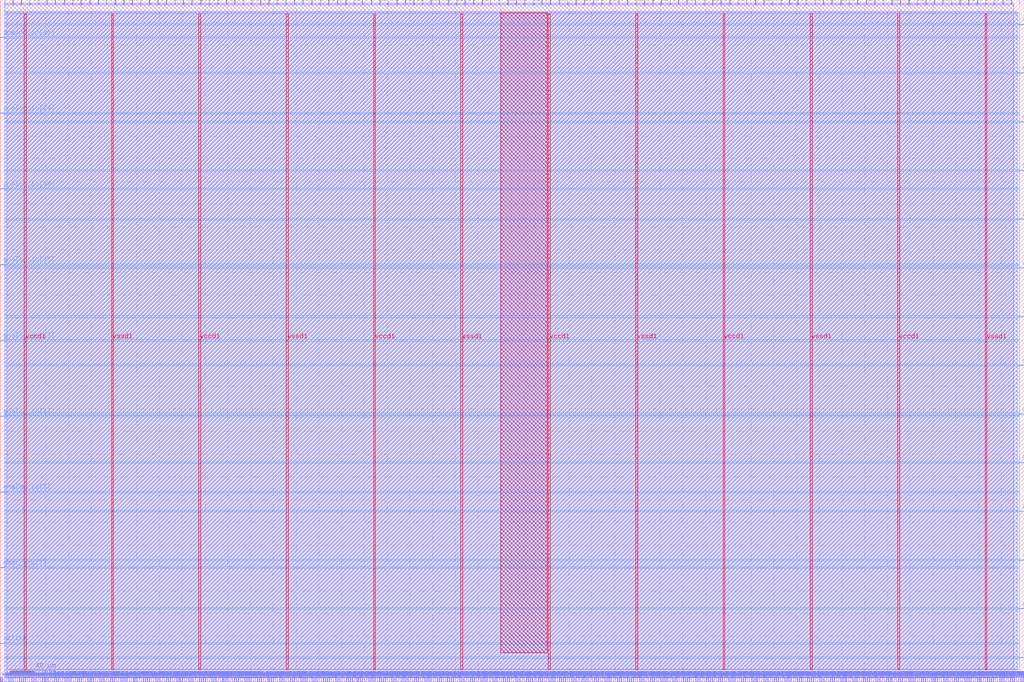
<source format=lef>
VERSION 5.7 ;
  NOWIREEXTENSIONATPIN ON ;
  DIVIDERCHAR "/" ;
  BUSBITCHARS "[]" ;
MACRO macro_decap_3
  CLASS BLOCK ;
  FOREIGN macro_decap_3 ;
  ORIGIN 0.000 0.000 ;
  SIZE 900.000 BY 600.000 ;
  PIN active
    DIRECTION INPUT ;
    USE SIGNAL ;
    PORT
      LAYER met3 ;
        RECT 0.000 33.360 4.000 33.960 ;
    END
  END active
  PIN analog_io[0]
    DIRECTION INOUT ;
    USE SIGNAL ;
    PORT
      LAYER met2 ;
        RECT 866.270 596.000 866.550 600.000 ;
    END
  END analog_io[0]
  PIN analog_io[10]
    DIRECTION INOUT ;
    USE SIGNAL ;
    PORT
      LAYER met3 ;
        RECT 896.000 235.320 900.000 235.920 ;
    END
  END analog_io[10]
  PIN analog_io[11]
    DIRECTION INOUT ;
    USE SIGNAL ;
    PORT
      LAYER met3 ;
        RECT 896.000 278.160 900.000 278.760 ;
    END
  END analog_io[11]
  PIN analog_io[12]
    DIRECTION INOUT ;
    USE SIGNAL ;
    PORT
      LAYER met2 ;
        RECT 895.250 0.000 895.530 4.000 ;
    END
  END analog_io[12]
  PIN analog_io[13]
    DIRECTION INOUT ;
    USE SIGNAL ;
    PORT
      LAYER met3 ;
        RECT 0.000 299.920 4.000 300.520 ;
    END
  END analog_io[13]
  PIN analog_io[14]
    DIRECTION INOUT ;
    USE SIGNAL ;
    PORT
      LAYER met2 ;
        RECT 888.810 596.000 889.090 600.000 ;
    END
  END analog_io[14]
  PIN analog_io[15]
    DIRECTION INOUT ;
    USE SIGNAL ;
    PORT
      LAYER met3 ;
        RECT 0.000 366.560 4.000 367.160 ;
    END
  END analog_io[15]
  PIN analog_io[16]
    DIRECTION INOUT ;
    USE SIGNAL ;
    PORT
      LAYER met2 ;
        RECT 896.170 596.000 896.450 600.000 ;
    END
  END analog_io[16]
  PIN analog_io[17]
    DIRECTION INOUT ;
    USE SIGNAL ;
    PORT
      LAYER met3 ;
        RECT 896.000 321.000 900.000 321.600 ;
    END
  END analog_io[17]
  PIN analog_io[18]
    DIRECTION INOUT ;
    USE SIGNAL ;
    PORT
      LAYER met2 ;
        RECT 897.090 0.000 897.370 4.000 ;
    END
  END analog_io[18]
  PIN analog_io[19]
    DIRECTION INOUT ;
    USE SIGNAL ;
    PORT
      LAYER met3 ;
        RECT 0.000 433.200 4.000 433.800 ;
    END
  END analog_io[19]
  PIN analog_io[1]
    DIRECTION INOUT ;
    USE SIGNAL ;
    PORT
      LAYER met3 ;
        RECT 896.000 63.960 900.000 64.560 ;
    END
  END analog_io[1]
  PIN analog_io[20]
    DIRECTION INOUT ;
    USE SIGNAL ;
    PORT
      LAYER met3 ;
        RECT 896.000 363.840 900.000 364.440 ;
    END
  END analog_io[20]
  PIN analog_io[21]
    DIRECTION INOUT ;
    USE SIGNAL ;
    PORT
      LAYER met3 ;
        RECT 896.000 406.680 900.000 407.280 ;
    END
  END analog_io[21]
  PIN analog_io[22]
    DIRECTION INOUT ;
    USE SIGNAL ;
    PORT
      LAYER met3 ;
        RECT 896.000 449.520 900.000 450.120 ;
    END
  END analog_io[22]
  PIN analog_io[23]
    DIRECTION INOUT ;
    USE SIGNAL ;
    PORT
      LAYER met3 ;
        RECT 896.000 492.360 900.000 492.960 ;
    END
  END analog_io[23]
  PIN analog_io[24]
    DIRECTION INOUT ;
    USE SIGNAL ;
    PORT
      LAYER met3 ;
        RECT 0.000 499.840 4.000 500.440 ;
    END
  END analog_io[24]
  PIN analog_io[25]
    DIRECTION INOUT ;
    USE SIGNAL ;
    PORT
      LAYER met3 ;
        RECT 0.000 566.480 4.000 567.080 ;
    END
  END analog_io[25]
  PIN analog_io[26]
    DIRECTION INOUT ;
    USE SIGNAL ;
    PORT
      LAYER met3 ;
        RECT 896.000 535.200 900.000 535.800 ;
    END
  END analog_io[26]
  PIN analog_io[27]
    DIRECTION INOUT ;
    USE SIGNAL ;
    PORT
      LAYER met3 ;
        RECT 896.000 578.040 900.000 578.640 ;
    END
  END analog_io[27]
  PIN analog_io[28]
    DIRECTION INOUT ;
    USE SIGNAL ;
    PORT
      LAYER met2 ;
        RECT 898.930 0.000 899.210 4.000 ;
    END
  END analog_io[28]
  PIN analog_io[2]
    DIRECTION INOUT ;
    USE SIGNAL ;
    PORT
      LAYER met3 ;
        RECT 896.000 106.800 900.000 107.400 ;
    END
  END analog_io[2]
  PIN analog_io[3]
    DIRECTION INOUT ;
    USE SIGNAL ;
    PORT
      LAYER met2 ;
        RECT 891.570 0.000 891.850 4.000 ;
    END
  END analog_io[3]
  PIN analog_io[4]
    DIRECTION INOUT ;
    USE SIGNAL ;
    PORT
      LAYER met2 ;
        RECT 893.410 0.000 893.690 4.000 ;
    END
  END analog_io[4]
  PIN analog_io[5]
    DIRECTION INOUT ;
    USE SIGNAL ;
    PORT
      LAYER met3 ;
        RECT 0.000 166.640 4.000 167.240 ;
    END
  END analog_io[5]
  PIN analog_io[6]
    DIRECTION INOUT ;
    USE SIGNAL ;
    PORT
      LAYER met3 ;
        RECT 896.000 149.640 900.000 150.240 ;
    END
  END analog_io[6]
  PIN analog_io[7]
    DIRECTION INOUT ;
    USE SIGNAL ;
    PORT
      LAYER met3 ;
        RECT 0.000 233.280 4.000 233.880 ;
    END
  END analog_io[7]
  PIN analog_io[8]
    DIRECTION INOUT ;
    USE SIGNAL ;
    PORT
      LAYER met3 ;
        RECT 896.000 192.480 900.000 193.080 ;
    END
  END analog_io[8]
  PIN analog_io[9]
    DIRECTION INOUT ;
    USE SIGNAL ;
    PORT
      LAYER met2 ;
        RECT 881.450 596.000 881.730 600.000 ;
    END
  END analog_io[9]
  PIN io_in[0]
    DIRECTION INPUT ;
    USE SIGNAL ;
    PORT
      LAYER met2 ;
        RECT 3.770 596.000 4.050 600.000 ;
    END
  END io_in[0]
  PIN io_in[10]
    DIRECTION INPUT ;
    USE SIGNAL ;
    PORT
      LAYER met2 ;
        RECT 228.710 596.000 228.990 600.000 ;
    END
  END io_in[10]
  PIN io_in[11]
    DIRECTION INPUT ;
    USE SIGNAL ;
    PORT
      LAYER met2 ;
        RECT 251.250 596.000 251.530 600.000 ;
    END
  END io_in[11]
  PIN io_in[12]
    DIRECTION INPUT ;
    USE SIGNAL ;
    PORT
      LAYER met2 ;
        RECT 273.790 596.000 274.070 600.000 ;
    END
  END io_in[12]
  PIN io_in[13]
    DIRECTION INPUT ;
    USE SIGNAL ;
    PORT
      LAYER met2 ;
        RECT 296.330 596.000 296.610 600.000 ;
    END
  END io_in[13]
  PIN io_in[14]
    DIRECTION INPUT ;
    USE SIGNAL ;
    PORT
      LAYER met2 ;
        RECT 318.410 596.000 318.690 600.000 ;
    END
  END io_in[14]
  PIN io_in[15]
    DIRECTION INPUT ;
    USE SIGNAL ;
    PORT
      LAYER met2 ;
        RECT 340.950 596.000 341.230 600.000 ;
    END
  END io_in[15]
  PIN io_in[16]
    DIRECTION INPUT ;
    USE SIGNAL ;
    PORT
      LAYER met2 ;
        RECT 363.490 596.000 363.770 600.000 ;
    END
  END io_in[16]
  PIN io_in[17]
    DIRECTION INPUT ;
    USE SIGNAL ;
    PORT
      LAYER met2 ;
        RECT 386.030 596.000 386.310 600.000 ;
    END
  END io_in[17]
  PIN io_in[18]
    DIRECTION INPUT ;
    USE SIGNAL ;
    PORT
      LAYER met2 ;
        RECT 408.570 596.000 408.850 600.000 ;
    END
  END io_in[18]
  PIN io_in[19]
    DIRECTION INPUT ;
    USE SIGNAL ;
    PORT
      LAYER met2 ;
        RECT 431.110 596.000 431.390 600.000 ;
    END
  END io_in[19]
  PIN io_in[1]
    DIRECTION INPUT ;
    USE SIGNAL ;
    PORT
      LAYER met2 ;
        RECT 25.850 596.000 26.130 600.000 ;
    END
  END io_in[1]
  PIN io_in[20]
    DIRECTION INPUT ;
    USE SIGNAL ;
    PORT
      LAYER met2 ;
        RECT 453.650 596.000 453.930 600.000 ;
    END
  END io_in[20]
  PIN io_in[21]
    DIRECTION INPUT ;
    USE SIGNAL ;
    PORT
      LAYER met2 ;
        RECT 476.190 596.000 476.470 600.000 ;
    END
  END io_in[21]
  PIN io_in[22]
    DIRECTION INPUT ;
    USE SIGNAL ;
    PORT
      LAYER met2 ;
        RECT 498.730 596.000 499.010 600.000 ;
    END
  END io_in[22]
  PIN io_in[23]
    DIRECTION INPUT ;
    USE SIGNAL ;
    PORT
      LAYER met2 ;
        RECT 521.270 596.000 521.550 600.000 ;
    END
  END io_in[23]
  PIN io_in[24]
    DIRECTION INPUT ;
    USE SIGNAL ;
    PORT
      LAYER met2 ;
        RECT 543.810 596.000 544.090 600.000 ;
    END
  END io_in[24]
  PIN io_in[25]
    DIRECTION INPUT ;
    USE SIGNAL ;
    PORT
      LAYER met2 ;
        RECT 566.350 596.000 566.630 600.000 ;
    END
  END io_in[25]
  PIN io_in[26]
    DIRECTION INPUT ;
    USE SIGNAL ;
    PORT
      LAYER met2 ;
        RECT 588.890 596.000 589.170 600.000 ;
    END
  END io_in[26]
  PIN io_in[27]
    DIRECTION INPUT ;
    USE SIGNAL ;
    PORT
      LAYER met2 ;
        RECT 610.970 596.000 611.250 600.000 ;
    END
  END io_in[27]
  PIN io_in[28]
    DIRECTION INPUT ;
    USE SIGNAL ;
    PORT
      LAYER met2 ;
        RECT 633.510 596.000 633.790 600.000 ;
    END
  END io_in[28]
  PIN io_in[29]
    DIRECTION INPUT ;
    USE SIGNAL ;
    PORT
      LAYER met2 ;
        RECT 656.050 596.000 656.330 600.000 ;
    END
  END io_in[29]
  PIN io_in[2]
    DIRECTION INPUT ;
    USE SIGNAL ;
    PORT
      LAYER met2 ;
        RECT 48.390 596.000 48.670 600.000 ;
    END
  END io_in[2]
  PIN io_in[30]
    DIRECTION INPUT ;
    USE SIGNAL ;
    PORT
      LAYER met2 ;
        RECT 678.590 596.000 678.870 600.000 ;
    END
  END io_in[30]
  PIN io_in[31]
    DIRECTION INPUT ;
    USE SIGNAL ;
    PORT
      LAYER met2 ;
        RECT 701.130 596.000 701.410 600.000 ;
    END
  END io_in[31]
  PIN io_in[32]
    DIRECTION INPUT ;
    USE SIGNAL ;
    PORT
      LAYER met2 ;
        RECT 723.670 596.000 723.950 600.000 ;
    END
  END io_in[32]
  PIN io_in[33]
    DIRECTION INPUT ;
    USE SIGNAL ;
    PORT
      LAYER met2 ;
        RECT 746.210 596.000 746.490 600.000 ;
    END
  END io_in[33]
  PIN io_in[34]
    DIRECTION INPUT ;
    USE SIGNAL ;
    PORT
      LAYER met2 ;
        RECT 768.750 596.000 769.030 600.000 ;
    END
  END io_in[34]
  PIN io_in[35]
    DIRECTION INPUT ;
    USE SIGNAL ;
    PORT
      LAYER met2 ;
        RECT 791.290 596.000 791.570 600.000 ;
    END
  END io_in[35]
  PIN io_in[36]
    DIRECTION INPUT ;
    USE SIGNAL ;
    PORT
      LAYER met2 ;
        RECT 813.830 596.000 814.110 600.000 ;
    END
  END io_in[36]
  PIN io_in[37]
    DIRECTION INPUT ;
    USE SIGNAL ;
    PORT
      LAYER met2 ;
        RECT 836.370 596.000 836.650 600.000 ;
    END
  END io_in[37]
  PIN io_in[3]
    DIRECTION INPUT ;
    USE SIGNAL ;
    PORT
      LAYER met2 ;
        RECT 70.930 596.000 71.210 600.000 ;
    END
  END io_in[3]
  PIN io_in[4]
    DIRECTION INPUT ;
    USE SIGNAL ;
    PORT
      LAYER met2 ;
        RECT 93.470 596.000 93.750 600.000 ;
    END
  END io_in[4]
  PIN io_in[5]
    DIRECTION INPUT ;
    USE SIGNAL ;
    PORT
      LAYER met2 ;
        RECT 116.010 596.000 116.290 600.000 ;
    END
  END io_in[5]
  PIN io_in[6]
    DIRECTION INPUT ;
    USE SIGNAL ;
    PORT
      LAYER met2 ;
        RECT 138.550 596.000 138.830 600.000 ;
    END
  END io_in[6]
  PIN io_in[7]
    DIRECTION INPUT ;
    USE SIGNAL ;
    PORT
      LAYER met2 ;
        RECT 161.090 596.000 161.370 600.000 ;
    END
  END io_in[7]
  PIN io_in[8]
    DIRECTION INPUT ;
    USE SIGNAL ;
    PORT
      LAYER met2 ;
        RECT 183.630 596.000 183.910 600.000 ;
    END
  END io_in[8]
  PIN io_in[9]
    DIRECTION INPUT ;
    USE SIGNAL ;
    PORT
      LAYER met2 ;
        RECT 206.170 596.000 206.450 600.000 ;
    END
  END io_in[9]
  PIN io_oeb[0]
    DIRECTION OUTPUT TRISTATE ;
    USE SIGNAL ;
    PORT
      LAYER met2 ;
        RECT 11.130 596.000 11.410 600.000 ;
    END
  END io_oeb[0]
  PIN io_oeb[10]
    DIRECTION OUTPUT TRISTATE ;
    USE SIGNAL ;
    PORT
      LAYER met2 ;
        RECT 236.070 596.000 236.350 600.000 ;
    END
  END io_oeb[10]
  PIN io_oeb[11]
    DIRECTION OUTPUT TRISTATE ;
    USE SIGNAL ;
    PORT
      LAYER met2 ;
        RECT 258.610 596.000 258.890 600.000 ;
    END
  END io_oeb[11]
  PIN io_oeb[12]
    DIRECTION OUTPUT TRISTATE ;
    USE SIGNAL ;
    PORT
      LAYER met2 ;
        RECT 281.150 596.000 281.430 600.000 ;
    END
  END io_oeb[12]
  PIN io_oeb[13]
    DIRECTION OUTPUT TRISTATE ;
    USE SIGNAL ;
    PORT
      LAYER met2 ;
        RECT 303.690 596.000 303.970 600.000 ;
    END
  END io_oeb[13]
  PIN io_oeb[14]
    DIRECTION OUTPUT TRISTATE ;
    USE SIGNAL ;
    PORT
      LAYER met2 ;
        RECT 326.230 596.000 326.510 600.000 ;
    END
  END io_oeb[14]
  PIN io_oeb[15]
    DIRECTION OUTPUT TRISTATE ;
    USE SIGNAL ;
    PORT
      LAYER met2 ;
        RECT 348.770 596.000 349.050 600.000 ;
    END
  END io_oeb[15]
  PIN io_oeb[16]
    DIRECTION OUTPUT TRISTATE ;
    USE SIGNAL ;
    PORT
      LAYER met2 ;
        RECT 371.310 596.000 371.590 600.000 ;
    END
  END io_oeb[16]
  PIN io_oeb[17]
    DIRECTION OUTPUT TRISTATE ;
    USE SIGNAL ;
    PORT
      LAYER met2 ;
        RECT 393.850 596.000 394.130 600.000 ;
    END
  END io_oeb[17]
  PIN io_oeb[18]
    DIRECTION OUTPUT TRISTATE ;
    USE SIGNAL ;
    PORT
      LAYER met2 ;
        RECT 415.930 596.000 416.210 600.000 ;
    END
  END io_oeb[18]
  PIN io_oeb[19]
    DIRECTION OUTPUT TRISTATE ;
    USE SIGNAL ;
    PORT
      LAYER met2 ;
        RECT 438.470 596.000 438.750 600.000 ;
    END
  END io_oeb[19]
  PIN io_oeb[1]
    DIRECTION OUTPUT TRISTATE ;
    USE SIGNAL ;
    PORT
      LAYER met2 ;
        RECT 33.670 596.000 33.950 600.000 ;
    END
  END io_oeb[1]
  PIN io_oeb[20]
    DIRECTION OUTPUT TRISTATE ;
    USE SIGNAL ;
    PORT
      LAYER met2 ;
        RECT 461.010 596.000 461.290 600.000 ;
    END
  END io_oeb[20]
  PIN io_oeb[21]
    DIRECTION OUTPUT TRISTATE ;
    USE SIGNAL ;
    PORT
      LAYER met2 ;
        RECT 483.550 596.000 483.830 600.000 ;
    END
  END io_oeb[21]
  PIN io_oeb[22]
    DIRECTION OUTPUT TRISTATE ;
    USE SIGNAL ;
    PORT
      LAYER met2 ;
        RECT 506.090 596.000 506.370 600.000 ;
    END
  END io_oeb[22]
  PIN io_oeb[23]
    DIRECTION OUTPUT TRISTATE ;
    USE SIGNAL ;
    PORT
      LAYER met2 ;
        RECT 528.630 596.000 528.910 600.000 ;
    END
  END io_oeb[23]
  PIN io_oeb[24]
    DIRECTION OUTPUT TRISTATE ;
    USE SIGNAL ;
    PORT
      LAYER met2 ;
        RECT 551.170 596.000 551.450 600.000 ;
    END
  END io_oeb[24]
  PIN io_oeb[25]
    DIRECTION OUTPUT TRISTATE ;
    USE SIGNAL ;
    PORT
      LAYER met2 ;
        RECT 573.710 596.000 573.990 600.000 ;
    END
  END io_oeb[25]
  PIN io_oeb[26]
    DIRECTION OUTPUT TRISTATE ;
    USE SIGNAL ;
    PORT
      LAYER met2 ;
        RECT 596.250 596.000 596.530 600.000 ;
    END
  END io_oeb[26]
  PIN io_oeb[27]
    DIRECTION OUTPUT TRISTATE ;
    USE SIGNAL ;
    PORT
      LAYER met2 ;
        RECT 618.790 596.000 619.070 600.000 ;
    END
  END io_oeb[27]
  PIN io_oeb[28]
    DIRECTION OUTPUT TRISTATE ;
    USE SIGNAL ;
    PORT
      LAYER met2 ;
        RECT 641.330 596.000 641.610 600.000 ;
    END
  END io_oeb[28]
  PIN io_oeb[29]
    DIRECTION OUTPUT TRISTATE ;
    USE SIGNAL ;
    PORT
      LAYER met2 ;
        RECT 663.870 596.000 664.150 600.000 ;
    END
  END io_oeb[29]
  PIN io_oeb[2]
    DIRECTION OUTPUT TRISTATE ;
    USE SIGNAL ;
    PORT
      LAYER met2 ;
        RECT 56.210 596.000 56.490 600.000 ;
    END
  END io_oeb[2]
  PIN io_oeb[30]
    DIRECTION OUTPUT TRISTATE ;
    USE SIGNAL ;
    PORT
      LAYER met2 ;
        RECT 686.410 596.000 686.690 600.000 ;
    END
  END io_oeb[30]
  PIN io_oeb[31]
    DIRECTION OUTPUT TRISTATE ;
    USE SIGNAL ;
    PORT
      LAYER met2 ;
        RECT 708.490 596.000 708.770 600.000 ;
    END
  END io_oeb[31]
  PIN io_oeb[32]
    DIRECTION OUTPUT TRISTATE ;
    USE SIGNAL ;
    PORT
      LAYER met2 ;
        RECT 731.030 596.000 731.310 600.000 ;
    END
  END io_oeb[32]
  PIN io_oeb[33]
    DIRECTION OUTPUT TRISTATE ;
    USE SIGNAL ;
    PORT
      LAYER met2 ;
        RECT 753.570 596.000 753.850 600.000 ;
    END
  END io_oeb[33]
  PIN io_oeb[34]
    DIRECTION OUTPUT TRISTATE ;
    USE SIGNAL ;
    PORT
      LAYER met2 ;
        RECT 776.110 596.000 776.390 600.000 ;
    END
  END io_oeb[34]
  PIN io_oeb[35]
    DIRECTION OUTPUT TRISTATE ;
    USE SIGNAL ;
    PORT
      LAYER met2 ;
        RECT 798.650 596.000 798.930 600.000 ;
    END
  END io_oeb[35]
  PIN io_oeb[36]
    DIRECTION OUTPUT TRISTATE ;
    USE SIGNAL ;
    PORT
      LAYER met2 ;
        RECT 821.190 596.000 821.470 600.000 ;
    END
  END io_oeb[36]
  PIN io_oeb[37]
    DIRECTION OUTPUT TRISTATE ;
    USE SIGNAL ;
    PORT
      LAYER met2 ;
        RECT 843.730 596.000 844.010 600.000 ;
    END
  END io_oeb[37]
  PIN io_oeb[3]
    DIRECTION OUTPUT TRISTATE ;
    USE SIGNAL ;
    PORT
      LAYER met2 ;
        RECT 78.750 596.000 79.030 600.000 ;
    END
  END io_oeb[3]
  PIN io_oeb[4]
    DIRECTION OUTPUT TRISTATE ;
    USE SIGNAL ;
    PORT
      LAYER met2 ;
        RECT 101.290 596.000 101.570 600.000 ;
    END
  END io_oeb[4]
  PIN io_oeb[5]
    DIRECTION OUTPUT TRISTATE ;
    USE SIGNAL ;
    PORT
      LAYER met2 ;
        RECT 123.370 596.000 123.650 600.000 ;
    END
  END io_oeb[5]
  PIN io_oeb[6]
    DIRECTION OUTPUT TRISTATE ;
    USE SIGNAL ;
    PORT
      LAYER met2 ;
        RECT 145.910 596.000 146.190 600.000 ;
    END
  END io_oeb[6]
  PIN io_oeb[7]
    DIRECTION OUTPUT TRISTATE ;
    USE SIGNAL ;
    PORT
      LAYER met2 ;
        RECT 168.450 596.000 168.730 600.000 ;
    END
  END io_oeb[7]
  PIN io_oeb[8]
    DIRECTION OUTPUT TRISTATE ;
    USE SIGNAL ;
    PORT
      LAYER met2 ;
        RECT 190.990 596.000 191.270 600.000 ;
    END
  END io_oeb[8]
  PIN io_oeb[9]
    DIRECTION OUTPUT TRISTATE ;
    USE SIGNAL ;
    PORT
      LAYER met2 ;
        RECT 213.530 596.000 213.810 600.000 ;
    END
  END io_oeb[9]
  PIN io_out[0]
    DIRECTION OUTPUT TRISTATE ;
    USE SIGNAL ;
    PORT
      LAYER met2 ;
        RECT 18.490 596.000 18.770 600.000 ;
    END
  END io_out[0]
  PIN io_out[10]
    DIRECTION OUTPUT TRISTATE ;
    USE SIGNAL ;
    PORT
      LAYER met2 ;
        RECT 243.430 596.000 243.710 600.000 ;
    END
  END io_out[10]
  PIN io_out[11]
    DIRECTION OUTPUT TRISTATE ;
    USE SIGNAL ;
    PORT
      LAYER met2 ;
        RECT 265.970 596.000 266.250 600.000 ;
    END
  END io_out[11]
  PIN io_out[12]
    DIRECTION OUTPUT TRISTATE ;
    USE SIGNAL ;
    PORT
      LAYER met2 ;
        RECT 288.510 596.000 288.790 600.000 ;
    END
  END io_out[12]
  PIN io_out[13]
    DIRECTION OUTPUT TRISTATE ;
    USE SIGNAL ;
    PORT
      LAYER met2 ;
        RECT 311.050 596.000 311.330 600.000 ;
    END
  END io_out[13]
  PIN io_out[14]
    DIRECTION OUTPUT TRISTATE ;
    USE SIGNAL ;
    PORT
      LAYER met2 ;
        RECT 333.590 596.000 333.870 600.000 ;
    END
  END io_out[14]
  PIN io_out[15]
    DIRECTION OUTPUT TRISTATE ;
    USE SIGNAL ;
    PORT
      LAYER met2 ;
        RECT 356.130 596.000 356.410 600.000 ;
    END
  END io_out[15]
  PIN io_out[16]
    DIRECTION OUTPUT TRISTATE ;
    USE SIGNAL ;
    PORT
      LAYER met2 ;
        RECT 378.670 596.000 378.950 600.000 ;
    END
  END io_out[16]
  PIN io_out[17]
    DIRECTION OUTPUT TRISTATE ;
    USE SIGNAL ;
    PORT
      LAYER met2 ;
        RECT 401.210 596.000 401.490 600.000 ;
    END
  END io_out[17]
  PIN io_out[18]
    DIRECTION OUTPUT TRISTATE ;
    USE SIGNAL ;
    PORT
      LAYER met2 ;
        RECT 423.750 596.000 424.030 600.000 ;
    END
  END io_out[18]
  PIN io_out[19]
    DIRECTION OUTPUT TRISTATE ;
    USE SIGNAL ;
    PORT
      LAYER met2 ;
        RECT 446.290 596.000 446.570 600.000 ;
    END
  END io_out[19]
  PIN io_out[1]
    DIRECTION OUTPUT TRISTATE ;
    USE SIGNAL ;
    PORT
      LAYER met2 ;
        RECT 41.030 596.000 41.310 600.000 ;
    END
  END io_out[1]
  PIN io_out[20]
    DIRECTION OUTPUT TRISTATE ;
    USE SIGNAL ;
    PORT
      LAYER met2 ;
        RECT 468.830 596.000 469.110 600.000 ;
    END
  END io_out[20]
  PIN io_out[21]
    DIRECTION OUTPUT TRISTATE ;
    USE SIGNAL ;
    PORT
      LAYER met2 ;
        RECT 491.370 596.000 491.650 600.000 ;
    END
  END io_out[21]
  PIN io_out[22]
    DIRECTION OUTPUT TRISTATE ;
    USE SIGNAL ;
    PORT
      LAYER met2 ;
        RECT 513.450 596.000 513.730 600.000 ;
    END
  END io_out[22]
  PIN io_out[23]
    DIRECTION OUTPUT TRISTATE ;
    USE SIGNAL ;
    PORT
      LAYER met2 ;
        RECT 535.990 596.000 536.270 600.000 ;
    END
  END io_out[23]
  PIN io_out[24]
    DIRECTION OUTPUT TRISTATE ;
    USE SIGNAL ;
    PORT
      LAYER met2 ;
        RECT 558.530 596.000 558.810 600.000 ;
    END
  END io_out[24]
  PIN io_out[25]
    DIRECTION OUTPUT TRISTATE ;
    USE SIGNAL ;
    PORT
      LAYER met2 ;
        RECT 581.070 596.000 581.350 600.000 ;
    END
  END io_out[25]
  PIN io_out[26]
    DIRECTION OUTPUT TRISTATE ;
    USE SIGNAL ;
    PORT
      LAYER met2 ;
        RECT 603.610 596.000 603.890 600.000 ;
    END
  END io_out[26]
  PIN io_out[27]
    DIRECTION OUTPUT TRISTATE ;
    USE SIGNAL ;
    PORT
      LAYER met2 ;
        RECT 626.150 596.000 626.430 600.000 ;
    END
  END io_out[27]
  PIN io_out[28]
    DIRECTION OUTPUT TRISTATE ;
    USE SIGNAL ;
    PORT
      LAYER met2 ;
        RECT 648.690 596.000 648.970 600.000 ;
    END
  END io_out[28]
  PIN io_out[29]
    DIRECTION OUTPUT TRISTATE ;
    USE SIGNAL ;
    PORT
      LAYER met2 ;
        RECT 671.230 596.000 671.510 600.000 ;
    END
  END io_out[29]
  PIN io_out[2]
    DIRECTION OUTPUT TRISTATE ;
    USE SIGNAL ;
    PORT
      LAYER met2 ;
        RECT 63.570 596.000 63.850 600.000 ;
    END
  END io_out[2]
  PIN io_out[30]
    DIRECTION OUTPUT TRISTATE ;
    USE SIGNAL ;
    PORT
      LAYER met2 ;
        RECT 693.770 596.000 694.050 600.000 ;
    END
  END io_out[30]
  PIN io_out[31]
    DIRECTION OUTPUT TRISTATE ;
    USE SIGNAL ;
    PORT
      LAYER met2 ;
        RECT 716.310 596.000 716.590 600.000 ;
    END
  END io_out[31]
  PIN io_out[32]
    DIRECTION OUTPUT TRISTATE ;
    USE SIGNAL ;
    PORT
      LAYER met2 ;
        RECT 738.850 596.000 739.130 600.000 ;
    END
  END io_out[32]
  PIN io_out[33]
    DIRECTION OUTPUT TRISTATE ;
    USE SIGNAL ;
    PORT
      LAYER met2 ;
        RECT 761.390 596.000 761.670 600.000 ;
    END
  END io_out[33]
  PIN io_out[34]
    DIRECTION OUTPUT TRISTATE ;
    USE SIGNAL ;
    PORT
      LAYER met2 ;
        RECT 783.930 596.000 784.210 600.000 ;
    END
  END io_out[34]
  PIN io_out[35]
    DIRECTION OUTPUT TRISTATE ;
    USE SIGNAL ;
    PORT
      LAYER met2 ;
        RECT 806.010 596.000 806.290 600.000 ;
    END
  END io_out[35]
  PIN io_out[36]
    DIRECTION OUTPUT TRISTATE ;
    USE SIGNAL ;
    PORT
      LAYER met2 ;
        RECT 828.550 596.000 828.830 600.000 ;
    END
  END io_out[36]
  PIN io_out[37]
    DIRECTION OUTPUT TRISTATE ;
    USE SIGNAL ;
    PORT
      LAYER met2 ;
        RECT 851.090 596.000 851.370 600.000 ;
    END
  END io_out[37]
  PIN io_out[3]
    DIRECTION OUTPUT TRISTATE ;
    USE SIGNAL ;
    PORT
      LAYER met2 ;
        RECT 86.110 596.000 86.390 600.000 ;
    END
  END io_out[3]
  PIN io_out[4]
    DIRECTION OUTPUT TRISTATE ;
    USE SIGNAL ;
    PORT
      LAYER met2 ;
        RECT 108.650 596.000 108.930 600.000 ;
    END
  END io_out[4]
  PIN io_out[5]
    DIRECTION OUTPUT TRISTATE ;
    USE SIGNAL ;
    PORT
      LAYER met2 ;
        RECT 131.190 596.000 131.470 600.000 ;
    END
  END io_out[5]
  PIN io_out[6]
    DIRECTION OUTPUT TRISTATE ;
    USE SIGNAL ;
    PORT
      LAYER met2 ;
        RECT 153.730 596.000 154.010 600.000 ;
    END
  END io_out[6]
  PIN io_out[7]
    DIRECTION OUTPUT TRISTATE ;
    USE SIGNAL ;
    PORT
      LAYER met2 ;
        RECT 176.270 596.000 176.550 600.000 ;
    END
  END io_out[7]
  PIN io_out[8]
    DIRECTION OUTPUT TRISTATE ;
    USE SIGNAL ;
    PORT
      LAYER met2 ;
        RECT 198.810 596.000 199.090 600.000 ;
    END
  END io_out[8]
  PIN io_out[9]
    DIRECTION OUTPUT TRISTATE ;
    USE SIGNAL ;
    PORT
      LAYER met2 ;
        RECT 220.890 596.000 221.170 600.000 ;
    END
  END io_out[9]
  PIN la_data_in[0]
    DIRECTION INPUT ;
    USE SIGNAL ;
    PORT
      LAYER met2 ;
        RECT 193.290 0.000 193.570 4.000 ;
    END
  END la_data_in[0]
  PIN la_data_in[100]
    DIRECTION INPUT ;
    USE SIGNAL ;
    PORT
      LAYER met2 ;
        RECT 738.850 0.000 739.130 4.000 ;
    END
  END la_data_in[100]
  PIN la_data_in[101]
    DIRECTION INPUT ;
    USE SIGNAL ;
    PORT
      LAYER met2 ;
        RECT 743.910 0.000 744.190 4.000 ;
    END
  END la_data_in[101]
  PIN la_data_in[102]
    DIRECTION INPUT ;
    USE SIGNAL ;
    PORT
      LAYER met2 ;
        RECT 749.430 0.000 749.710 4.000 ;
    END
  END la_data_in[102]
  PIN la_data_in[103]
    DIRECTION INPUT ;
    USE SIGNAL ;
    PORT
      LAYER met2 ;
        RECT 754.950 0.000 755.230 4.000 ;
    END
  END la_data_in[103]
  PIN la_data_in[104]
    DIRECTION INPUT ;
    USE SIGNAL ;
    PORT
      LAYER met2 ;
        RECT 760.470 0.000 760.750 4.000 ;
    END
  END la_data_in[104]
  PIN la_data_in[105]
    DIRECTION INPUT ;
    USE SIGNAL ;
    PORT
      LAYER met2 ;
        RECT 765.990 0.000 766.270 4.000 ;
    END
  END la_data_in[105]
  PIN la_data_in[106]
    DIRECTION INPUT ;
    USE SIGNAL ;
    PORT
      LAYER met2 ;
        RECT 771.510 0.000 771.790 4.000 ;
    END
  END la_data_in[106]
  PIN la_data_in[107]
    DIRECTION INPUT ;
    USE SIGNAL ;
    PORT
      LAYER met2 ;
        RECT 777.030 0.000 777.310 4.000 ;
    END
  END la_data_in[107]
  PIN la_data_in[108]
    DIRECTION INPUT ;
    USE SIGNAL ;
    PORT
      LAYER met2 ;
        RECT 782.550 0.000 782.830 4.000 ;
    END
  END la_data_in[108]
  PIN la_data_in[109]
    DIRECTION INPUT ;
    USE SIGNAL ;
    PORT
      LAYER met2 ;
        RECT 787.610 0.000 787.890 4.000 ;
    END
  END la_data_in[109]
  PIN la_data_in[10]
    DIRECTION INPUT ;
    USE SIGNAL ;
    PORT
      LAYER met2 ;
        RECT 247.570 0.000 247.850 4.000 ;
    END
  END la_data_in[10]
  PIN la_data_in[110]
    DIRECTION INPUT ;
    USE SIGNAL ;
    PORT
      LAYER met2 ;
        RECT 793.130 0.000 793.410 4.000 ;
    END
  END la_data_in[110]
  PIN la_data_in[111]
    DIRECTION INPUT ;
    USE SIGNAL ;
    PORT
      LAYER met2 ;
        RECT 798.650 0.000 798.930 4.000 ;
    END
  END la_data_in[111]
  PIN la_data_in[112]
    DIRECTION INPUT ;
    USE SIGNAL ;
    PORT
      LAYER met2 ;
        RECT 804.170 0.000 804.450 4.000 ;
    END
  END la_data_in[112]
  PIN la_data_in[113]
    DIRECTION INPUT ;
    USE SIGNAL ;
    PORT
      LAYER met2 ;
        RECT 809.690 0.000 809.970 4.000 ;
    END
  END la_data_in[113]
  PIN la_data_in[114]
    DIRECTION INPUT ;
    USE SIGNAL ;
    PORT
      LAYER met2 ;
        RECT 815.210 0.000 815.490 4.000 ;
    END
  END la_data_in[114]
  PIN la_data_in[115]
    DIRECTION INPUT ;
    USE SIGNAL ;
    PORT
      LAYER met2 ;
        RECT 820.730 0.000 821.010 4.000 ;
    END
  END la_data_in[115]
  PIN la_data_in[116]
    DIRECTION INPUT ;
    USE SIGNAL ;
    PORT
      LAYER met2 ;
        RECT 825.790 0.000 826.070 4.000 ;
    END
  END la_data_in[116]
  PIN la_data_in[117]
    DIRECTION INPUT ;
    USE SIGNAL ;
    PORT
      LAYER met2 ;
        RECT 831.310 0.000 831.590 4.000 ;
    END
  END la_data_in[117]
  PIN la_data_in[118]
    DIRECTION INPUT ;
    USE SIGNAL ;
    PORT
      LAYER met2 ;
        RECT 836.830 0.000 837.110 4.000 ;
    END
  END la_data_in[118]
  PIN la_data_in[119]
    DIRECTION INPUT ;
    USE SIGNAL ;
    PORT
      LAYER met2 ;
        RECT 842.350 0.000 842.630 4.000 ;
    END
  END la_data_in[119]
  PIN la_data_in[11]
    DIRECTION INPUT ;
    USE SIGNAL ;
    PORT
      LAYER met2 ;
        RECT 253.090 0.000 253.370 4.000 ;
    END
  END la_data_in[11]
  PIN la_data_in[120]
    DIRECTION INPUT ;
    USE SIGNAL ;
    PORT
      LAYER met2 ;
        RECT 847.870 0.000 848.150 4.000 ;
    END
  END la_data_in[120]
  PIN la_data_in[121]
    DIRECTION INPUT ;
    USE SIGNAL ;
    PORT
      LAYER met2 ;
        RECT 853.390 0.000 853.670 4.000 ;
    END
  END la_data_in[121]
  PIN la_data_in[122]
    DIRECTION INPUT ;
    USE SIGNAL ;
    PORT
      LAYER met2 ;
        RECT 858.910 0.000 859.190 4.000 ;
    END
  END la_data_in[122]
  PIN la_data_in[123]
    DIRECTION INPUT ;
    USE SIGNAL ;
    PORT
      LAYER met2 ;
        RECT 863.970 0.000 864.250 4.000 ;
    END
  END la_data_in[123]
  PIN la_data_in[124]
    DIRECTION INPUT ;
    USE SIGNAL ;
    PORT
      LAYER met2 ;
        RECT 869.490 0.000 869.770 4.000 ;
    END
  END la_data_in[124]
  PIN la_data_in[125]
    DIRECTION INPUT ;
    USE SIGNAL ;
    PORT
      LAYER met2 ;
        RECT 875.010 0.000 875.290 4.000 ;
    END
  END la_data_in[125]
  PIN la_data_in[126]
    DIRECTION INPUT ;
    USE SIGNAL ;
    PORT
      LAYER met2 ;
        RECT 880.530 0.000 880.810 4.000 ;
    END
  END la_data_in[126]
  PIN la_data_in[127]
    DIRECTION INPUT ;
    USE SIGNAL ;
    PORT
      LAYER met2 ;
        RECT 886.050 0.000 886.330 4.000 ;
    END
  END la_data_in[127]
  PIN la_data_in[12]
    DIRECTION INPUT ;
    USE SIGNAL ;
    PORT
      LAYER met2 ;
        RECT 258.610 0.000 258.890 4.000 ;
    END
  END la_data_in[12]
  PIN la_data_in[13]
    DIRECTION INPUT ;
    USE SIGNAL ;
    PORT
      LAYER met2 ;
        RECT 264.130 0.000 264.410 4.000 ;
    END
  END la_data_in[13]
  PIN la_data_in[14]
    DIRECTION INPUT ;
    USE SIGNAL ;
    PORT
      LAYER met2 ;
        RECT 269.650 0.000 269.930 4.000 ;
    END
  END la_data_in[14]
  PIN la_data_in[15]
    DIRECTION INPUT ;
    USE SIGNAL ;
    PORT
      LAYER met2 ;
        RECT 274.710 0.000 274.990 4.000 ;
    END
  END la_data_in[15]
  PIN la_data_in[16]
    DIRECTION INPUT ;
    USE SIGNAL ;
    PORT
      LAYER met2 ;
        RECT 280.230 0.000 280.510 4.000 ;
    END
  END la_data_in[16]
  PIN la_data_in[17]
    DIRECTION INPUT ;
    USE SIGNAL ;
    PORT
      LAYER met2 ;
        RECT 285.750 0.000 286.030 4.000 ;
    END
  END la_data_in[17]
  PIN la_data_in[18]
    DIRECTION INPUT ;
    USE SIGNAL ;
    PORT
      LAYER met2 ;
        RECT 291.270 0.000 291.550 4.000 ;
    END
  END la_data_in[18]
  PIN la_data_in[19]
    DIRECTION INPUT ;
    USE SIGNAL ;
    PORT
      LAYER met2 ;
        RECT 296.790 0.000 297.070 4.000 ;
    END
  END la_data_in[19]
  PIN la_data_in[1]
    DIRECTION INPUT ;
    USE SIGNAL ;
    PORT
      LAYER met2 ;
        RECT 198.350 0.000 198.630 4.000 ;
    END
  END la_data_in[1]
  PIN la_data_in[20]
    DIRECTION INPUT ;
    USE SIGNAL ;
    PORT
      LAYER met2 ;
        RECT 302.310 0.000 302.590 4.000 ;
    END
  END la_data_in[20]
  PIN la_data_in[21]
    DIRECTION INPUT ;
    USE SIGNAL ;
    PORT
      LAYER met2 ;
        RECT 307.830 0.000 308.110 4.000 ;
    END
  END la_data_in[21]
  PIN la_data_in[22]
    DIRECTION INPUT ;
    USE SIGNAL ;
    PORT
      LAYER met2 ;
        RECT 313.350 0.000 313.630 4.000 ;
    END
  END la_data_in[22]
  PIN la_data_in[23]
    DIRECTION INPUT ;
    USE SIGNAL ;
    PORT
      LAYER met2 ;
        RECT 318.410 0.000 318.690 4.000 ;
    END
  END la_data_in[23]
  PIN la_data_in[24]
    DIRECTION INPUT ;
    USE SIGNAL ;
    PORT
      LAYER met2 ;
        RECT 323.930 0.000 324.210 4.000 ;
    END
  END la_data_in[24]
  PIN la_data_in[25]
    DIRECTION INPUT ;
    USE SIGNAL ;
    PORT
      LAYER met2 ;
        RECT 329.450 0.000 329.730 4.000 ;
    END
  END la_data_in[25]
  PIN la_data_in[26]
    DIRECTION INPUT ;
    USE SIGNAL ;
    PORT
      LAYER met2 ;
        RECT 334.970 0.000 335.250 4.000 ;
    END
  END la_data_in[26]
  PIN la_data_in[27]
    DIRECTION INPUT ;
    USE SIGNAL ;
    PORT
      LAYER met2 ;
        RECT 340.490 0.000 340.770 4.000 ;
    END
  END la_data_in[27]
  PIN la_data_in[28]
    DIRECTION INPUT ;
    USE SIGNAL ;
    PORT
      LAYER met2 ;
        RECT 346.010 0.000 346.290 4.000 ;
    END
  END la_data_in[28]
  PIN la_data_in[29]
    DIRECTION INPUT ;
    USE SIGNAL ;
    PORT
      LAYER met2 ;
        RECT 351.530 0.000 351.810 4.000 ;
    END
  END la_data_in[29]
  PIN la_data_in[2]
    DIRECTION INPUT ;
    USE SIGNAL ;
    PORT
      LAYER met2 ;
        RECT 203.870 0.000 204.150 4.000 ;
    END
  END la_data_in[2]
  PIN la_data_in[30]
    DIRECTION INPUT ;
    USE SIGNAL ;
    PORT
      LAYER met2 ;
        RECT 356.590 0.000 356.870 4.000 ;
    END
  END la_data_in[30]
  PIN la_data_in[31]
    DIRECTION INPUT ;
    USE SIGNAL ;
    PORT
      LAYER met2 ;
        RECT 362.110 0.000 362.390 4.000 ;
    END
  END la_data_in[31]
  PIN la_data_in[32]
    DIRECTION INPUT ;
    USE SIGNAL ;
    PORT
      LAYER met2 ;
        RECT 367.630 0.000 367.910 4.000 ;
    END
  END la_data_in[32]
  PIN la_data_in[33]
    DIRECTION INPUT ;
    USE SIGNAL ;
    PORT
      LAYER met2 ;
        RECT 373.150 0.000 373.430 4.000 ;
    END
  END la_data_in[33]
  PIN la_data_in[34]
    DIRECTION INPUT ;
    USE SIGNAL ;
    PORT
      LAYER met2 ;
        RECT 378.670 0.000 378.950 4.000 ;
    END
  END la_data_in[34]
  PIN la_data_in[35]
    DIRECTION INPUT ;
    USE SIGNAL ;
    PORT
      LAYER met2 ;
        RECT 384.190 0.000 384.470 4.000 ;
    END
  END la_data_in[35]
  PIN la_data_in[36]
    DIRECTION INPUT ;
    USE SIGNAL ;
    PORT
      LAYER met2 ;
        RECT 389.710 0.000 389.990 4.000 ;
    END
  END la_data_in[36]
  PIN la_data_in[37]
    DIRECTION INPUT ;
    USE SIGNAL ;
    PORT
      LAYER met2 ;
        RECT 394.770 0.000 395.050 4.000 ;
    END
  END la_data_in[37]
  PIN la_data_in[38]
    DIRECTION INPUT ;
    USE SIGNAL ;
    PORT
      LAYER met2 ;
        RECT 400.290 0.000 400.570 4.000 ;
    END
  END la_data_in[38]
  PIN la_data_in[39]
    DIRECTION INPUT ;
    USE SIGNAL ;
    PORT
      LAYER met2 ;
        RECT 405.810 0.000 406.090 4.000 ;
    END
  END la_data_in[39]
  PIN la_data_in[3]
    DIRECTION INPUT ;
    USE SIGNAL ;
    PORT
      LAYER met2 ;
        RECT 209.390 0.000 209.670 4.000 ;
    END
  END la_data_in[3]
  PIN la_data_in[40]
    DIRECTION INPUT ;
    USE SIGNAL ;
    PORT
      LAYER met2 ;
        RECT 411.330 0.000 411.610 4.000 ;
    END
  END la_data_in[40]
  PIN la_data_in[41]
    DIRECTION INPUT ;
    USE SIGNAL ;
    PORT
      LAYER met2 ;
        RECT 416.850 0.000 417.130 4.000 ;
    END
  END la_data_in[41]
  PIN la_data_in[42]
    DIRECTION INPUT ;
    USE SIGNAL ;
    PORT
      LAYER met2 ;
        RECT 422.370 0.000 422.650 4.000 ;
    END
  END la_data_in[42]
  PIN la_data_in[43]
    DIRECTION INPUT ;
    USE SIGNAL ;
    PORT
      LAYER met2 ;
        RECT 427.890 0.000 428.170 4.000 ;
    END
  END la_data_in[43]
  PIN la_data_in[44]
    DIRECTION INPUT ;
    USE SIGNAL ;
    PORT
      LAYER met2 ;
        RECT 432.950 0.000 433.230 4.000 ;
    END
  END la_data_in[44]
  PIN la_data_in[45]
    DIRECTION INPUT ;
    USE SIGNAL ;
    PORT
      LAYER met2 ;
        RECT 438.470 0.000 438.750 4.000 ;
    END
  END la_data_in[45]
  PIN la_data_in[46]
    DIRECTION INPUT ;
    USE SIGNAL ;
    PORT
      LAYER met2 ;
        RECT 443.990 0.000 444.270 4.000 ;
    END
  END la_data_in[46]
  PIN la_data_in[47]
    DIRECTION INPUT ;
    USE SIGNAL ;
    PORT
      LAYER met2 ;
        RECT 449.510 0.000 449.790 4.000 ;
    END
  END la_data_in[47]
  PIN la_data_in[48]
    DIRECTION INPUT ;
    USE SIGNAL ;
    PORT
      LAYER met2 ;
        RECT 455.030 0.000 455.310 4.000 ;
    END
  END la_data_in[48]
  PIN la_data_in[49]
    DIRECTION INPUT ;
    USE SIGNAL ;
    PORT
      LAYER met2 ;
        RECT 460.550 0.000 460.830 4.000 ;
    END
  END la_data_in[49]
  PIN la_data_in[4]
    DIRECTION INPUT ;
    USE SIGNAL ;
    PORT
      LAYER met2 ;
        RECT 214.910 0.000 215.190 4.000 ;
    END
  END la_data_in[4]
  PIN la_data_in[50]
    DIRECTION INPUT ;
    USE SIGNAL ;
    PORT
      LAYER met2 ;
        RECT 466.070 0.000 466.350 4.000 ;
    END
  END la_data_in[50]
  PIN la_data_in[51]
    DIRECTION INPUT ;
    USE SIGNAL ;
    PORT
      LAYER met2 ;
        RECT 471.130 0.000 471.410 4.000 ;
    END
  END la_data_in[51]
  PIN la_data_in[52]
    DIRECTION INPUT ;
    USE SIGNAL ;
    PORT
      LAYER met2 ;
        RECT 476.650 0.000 476.930 4.000 ;
    END
  END la_data_in[52]
  PIN la_data_in[53]
    DIRECTION INPUT ;
    USE SIGNAL ;
    PORT
      LAYER met2 ;
        RECT 482.170 0.000 482.450 4.000 ;
    END
  END la_data_in[53]
  PIN la_data_in[54]
    DIRECTION INPUT ;
    USE SIGNAL ;
    PORT
      LAYER met2 ;
        RECT 487.690 0.000 487.970 4.000 ;
    END
  END la_data_in[54]
  PIN la_data_in[55]
    DIRECTION INPUT ;
    USE SIGNAL ;
    PORT
      LAYER met2 ;
        RECT 493.210 0.000 493.490 4.000 ;
    END
  END la_data_in[55]
  PIN la_data_in[56]
    DIRECTION INPUT ;
    USE SIGNAL ;
    PORT
      LAYER met2 ;
        RECT 498.730 0.000 499.010 4.000 ;
    END
  END la_data_in[56]
  PIN la_data_in[57]
    DIRECTION INPUT ;
    USE SIGNAL ;
    PORT
      LAYER met2 ;
        RECT 504.250 0.000 504.530 4.000 ;
    END
  END la_data_in[57]
  PIN la_data_in[58]
    DIRECTION INPUT ;
    USE SIGNAL ;
    PORT
      LAYER met2 ;
        RECT 509.310 0.000 509.590 4.000 ;
    END
  END la_data_in[58]
  PIN la_data_in[59]
    DIRECTION INPUT ;
    USE SIGNAL ;
    PORT
      LAYER met2 ;
        RECT 514.830 0.000 515.110 4.000 ;
    END
  END la_data_in[59]
  PIN la_data_in[5]
    DIRECTION INPUT ;
    USE SIGNAL ;
    PORT
      LAYER met2 ;
        RECT 220.430 0.000 220.710 4.000 ;
    END
  END la_data_in[5]
  PIN la_data_in[60]
    DIRECTION INPUT ;
    USE SIGNAL ;
    PORT
      LAYER met2 ;
        RECT 520.350 0.000 520.630 4.000 ;
    END
  END la_data_in[60]
  PIN la_data_in[61]
    DIRECTION INPUT ;
    USE SIGNAL ;
    PORT
      LAYER met2 ;
        RECT 525.870 0.000 526.150 4.000 ;
    END
  END la_data_in[61]
  PIN la_data_in[62]
    DIRECTION INPUT ;
    USE SIGNAL ;
    PORT
      LAYER met2 ;
        RECT 531.390 0.000 531.670 4.000 ;
    END
  END la_data_in[62]
  PIN la_data_in[63]
    DIRECTION INPUT ;
    USE SIGNAL ;
    PORT
      LAYER met2 ;
        RECT 536.910 0.000 537.190 4.000 ;
    END
  END la_data_in[63]
  PIN la_data_in[64]
    DIRECTION INPUT ;
    USE SIGNAL ;
    PORT
      LAYER met2 ;
        RECT 542.430 0.000 542.710 4.000 ;
    END
  END la_data_in[64]
  PIN la_data_in[65]
    DIRECTION INPUT ;
    USE SIGNAL ;
    PORT
      LAYER met2 ;
        RECT 547.950 0.000 548.230 4.000 ;
    END
  END la_data_in[65]
  PIN la_data_in[66]
    DIRECTION INPUT ;
    USE SIGNAL ;
    PORT
      LAYER met2 ;
        RECT 553.010 0.000 553.290 4.000 ;
    END
  END la_data_in[66]
  PIN la_data_in[67]
    DIRECTION INPUT ;
    USE SIGNAL ;
    PORT
      LAYER met2 ;
        RECT 558.530 0.000 558.810 4.000 ;
    END
  END la_data_in[67]
  PIN la_data_in[68]
    DIRECTION INPUT ;
    USE SIGNAL ;
    PORT
      LAYER met2 ;
        RECT 564.050 0.000 564.330 4.000 ;
    END
  END la_data_in[68]
  PIN la_data_in[69]
    DIRECTION INPUT ;
    USE SIGNAL ;
    PORT
      LAYER met2 ;
        RECT 569.570 0.000 569.850 4.000 ;
    END
  END la_data_in[69]
  PIN la_data_in[6]
    DIRECTION INPUT ;
    USE SIGNAL ;
    PORT
      LAYER met2 ;
        RECT 225.950 0.000 226.230 4.000 ;
    END
  END la_data_in[6]
  PIN la_data_in[70]
    DIRECTION INPUT ;
    USE SIGNAL ;
    PORT
      LAYER met2 ;
        RECT 575.090 0.000 575.370 4.000 ;
    END
  END la_data_in[70]
  PIN la_data_in[71]
    DIRECTION INPUT ;
    USE SIGNAL ;
    PORT
      LAYER met2 ;
        RECT 580.610 0.000 580.890 4.000 ;
    END
  END la_data_in[71]
  PIN la_data_in[72]
    DIRECTION INPUT ;
    USE SIGNAL ;
    PORT
      LAYER met2 ;
        RECT 586.130 0.000 586.410 4.000 ;
    END
  END la_data_in[72]
  PIN la_data_in[73]
    DIRECTION INPUT ;
    USE SIGNAL ;
    PORT
      LAYER met2 ;
        RECT 591.190 0.000 591.470 4.000 ;
    END
  END la_data_in[73]
  PIN la_data_in[74]
    DIRECTION INPUT ;
    USE SIGNAL ;
    PORT
      LAYER met2 ;
        RECT 596.710 0.000 596.990 4.000 ;
    END
  END la_data_in[74]
  PIN la_data_in[75]
    DIRECTION INPUT ;
    USE SIGNAL ;
    PORT
      LAYER met2 ;
        RECT 602.230 0.000 602.510 4.000 ;
    END
  END la_data_in[75]
  PIN la_data_in[76]
    DIRECTION INPUT ;
    USE SIGNAL ;
    PORT
      LAYER met2 ;
        RECT 607.750 0.000 608.030 4.000 ;
    END
  END la_data_in[76]
  PIN la_data_in[77]
    DIRECTION INPUT ;
    USE SIGNAL ;
    PORT
      LAYER met2 ;
        RECT 613.270 0.000 613.550 4.000 ;
    END
  END la_data_in[77]
  PIN la_data_in[78]
    DIRECTION INPUT ;
    USE SIGNAL ;
    PORT
      LAYER met2 ;
        RECT 618.790 0.000 619.070 4.000 ;
    END
  END la_data_in[78]
  PIN la_data_in[79]
    DIRECTION INPUT ;
    USE SIGNAL ;
    PORT
      LAYER met2 ;
        RECT 624.310 0.000 624.590 4.000 ;
    END
  END la_data_in[79]
  PIN la_data_in[7]
    DIRECTION INPUT ;
    USE SIGNAL ;
    PORT
      LAYER met2 ;
        RECT 231.470 0.000 231.750 4.000 ;
    END
  END la_data_in[7]
  PIN la_data_in[80]
    DIRECTION INPUT ;
    USE SIGNAL ;
    PORT
      LAYER met2 ;
        RECT 629.370 0.000 629.650 4.000 ;
    END
  END la_data_in[80]
  PIN la_data_in[81]
    DIRECTION INPUT ;
    USE SIGNAL ;
    PORT
      LAYER met2 ;
        RECT 634.890 0.000 635.170 4.000 ;
    END
  END la_data_in[81]
  PIN la_data_in[82]
    DIRECTION INPUT ;
    USE SIGNAL ;
    PORT
      LAYER met2 ;
        RECT 640.410 0.000 640.690 4.000 ;
    END
  END la_data_in[82]
  PIN la_data_in[83]
    DIRECTION INPUT ;
    USE SIGNAL ;
    PORT
      LAYER met2 ;
        RECT 645.930 0.000 646.210 4.000 ;
    END
  END la_data_in[83]
  PIN la_data_in[84]
    DIRECTION INPUT ;
    USE SIGNAL ;
    PORT
      LAYER met2 ;
        RECT 651.450 0.000 651.730 4.000 ;
    END
  END la_data_in[84]
  PIN la_data_in[85]
    DIRECTION INPUT ;
    USE SIGNAL ;
    PORT
      LAYER met2 ;
        RECT 656.970 0.000 657.250 4.000 ;
    END
  END la_data_in[85]
  PIN la_data_in[86]
    DIRECTION INPUT ;
    USE SIGNAL ;
    PORT
      LAYER met2 ;
        RECT 662.490 0.000 662.770 4.000 ;
    END
  END la_data_in[86]
  PIN la_data_in[87]
    DIRECTION INPUT ;
    USE SIGNAL ;
    PORT
      LAYER met2 ;
        RECT 667.550 0.000 667.830 4.000 ;
    END
  END la_data_in[87]
  PIN la_data_in[88]
    DIRECTION INPUT ;
    USE SIGNAL ;
    PORT
      LAYER met2 ;
        RECT 673.070 0.000 673.350 4.000 ;
    END
  END la_data_in[88]
  PIN la_data_in[89]
    DIRECTION INPUT ;
    USE SIGNAL ;
    PORT
      LAYER met2 ;
        RECT 678.590 0.000 678.870 4.000 ;
    END
  END la_data_in[89]
  PIN la_data_in[8]
    DIRECTION INPUT ;
    USE SIGNAL ;
    PORT
      LAYER met2 ;
        RECT 236.530 0.000 236.810 4.000 ;
    END
  END la_data_in[8]
  PIN la_data_in[90]
    DIRECTION INPUT ;
    USE SIGNAL ;
    PORT
      LAYER met2 ;
        RECT 684.110 0.000 684.390 4.000 ;
    END
  END la_data_in[90]
  PIN la_data_in[91]
    DIRECTION INPUT ;
    USE SIGNAL ;
    PORT
      LAYER met2 ;
        RECT 689.630 0.000 689.910 4.000 ;
    END
  END la_data_in[91]
  PIN la_data_in[92]
    DIRECTION INPUT ;
    USE SIGNAL ;
    PORT
      LAYER met2 ;
        RECT 695.150 0.000 695.430 4.000 ;
    END
  END la_data_in[92]
  PIN la_data_in[93]
    DIRECTION INPUT ;
    USE SIGNAL ;
    PORT
      LAYER met2 ;
        RECT 700.670 0.000 700.950 4.000 ;
    END
  END la_data_in[93]
  PIN la_data_in[94]
    DIRECTION INPUT ;
    USE SIGNAL ;
    PORT
      LAYER met2 ;
        RECT 705.730 0.000 706.010 4.000 ;
    END
  END la_data_in[94]
  PIN la_data_in[95]
    DIRECTION INPUT ;
    USE SIGNAL ;
    PORT
      LAYER met2 ;
        RECT 711.250 0.000 711.530 4.000 ;
    END
  END la_data_in[95]
  PIN la_data_in[96]
    DIRECTION INPUT ;
    USE SIGNAL ;
    PORT
      LAYER met2 ;
        RECT 716.770 0.000 717.050 4.000 ;
    END
  END la_data_in[96]
  PIN la_data_in[97]
    DIRECTION INPUT ;
    USE SIGNAL ;
    PORT
      LAYER met2 ;
        RECT 722.290 0.000 722.570 4.000 ;
    END
  END la_data_in[97]
  PIN la_data_in[98]
    DIRECTION INPUT ;
    USE SIGNAL ;
    PORT
      LAYER met2 ;
        RECT 727.810 0.000 728.090 4.000 ;
    END
  END la_data_in[98]
  PIN la_data_in[99]
    DIRECTION INPUT ;
    USE SIGNAL ;
    PORT
      LAYER met2 ;
        RECT 733.330 0.000 733.610 4.000 ;
    END
  END la_data_in[99]
  PIN la_data_in[9]
    DIRECTION INPUT ;
    USE SIGNAL ;
    PORT
      LAYER met2 ;
        RECT 242.050 0.000 242.330 4.000 ;
    END
  END la_data_in[9]
  PIN la_data_out[0]
    DIRECTION OUTPUT TRISTATE ;
    USE SIGNAL ;
    PORT
      LAYER met2 ;
        RECT 195.130 0.000 195.410 4.000 ;
    END
  END la_data_out[0]
  PIN la_data_out[100]
    DIRECTION OUTPUT TRISTATE ;
    USE SIGNAL ;
    PORT
      LAYER met2 ;
        RECT 740.690 0.000 740.970 4.000 ;
    END
  END la_data_out[100]
  PIN la_data_out[101]
    DIRECTION OUTPUT TRISTATE ;
    USE SIGNAL ;
    PORT
      LAYER met2 ;
        RECT 745.750 0.000 746.030 4.000 ;
    END
  END la_data_out[101]
  PIN la_data_out[102]
    DIRECTION OUTPUT TRISTATE ;
    USE SIGNAL ;
    PORT
      LAYER met2 ;
        RECT 751.270 0.000 751.550 4.000 ;
    END
  END la_data_out[102]
  PIN la_data_out[103]
    DIRECTION OUTPUT TRISTATE ;
    USE SIGNAL ;
    PORT
      LAYER met2 ;
        RECT 756.790 0.000 757.070 4.000 ;
    END
  END la_data_out[103]
  PIN la_data_out[104]
    DIRECTION OUTPUT TRISTATE ;
    USE SIGNAL ;
    PORT
      LAYER met2 ;
        RECT 762.310 0.000 762.590 4.000 ;
    END
  END la_data_out[104]
  PIN la_data_out[105]
    DIRECTION OUTPUT TRISTATE ;
    USE SIGNAL ;
    PORT
      LAYER met2 ;
        RECT 767.830 0.000 768.110 4.000 ;
    END
  END la_data_out[105]
  PIN la_data_out[106]
    DIRECTION OUTPUT TRISTATE ;
    USE SIGNAL ;
    PORT
      LAYER met2 ;
        RECT 773.350 0.000 773.630 4.000 ;
    END
  END la_data_out[106]
  PIN la_data_out[107]
    DIRECTION OUTPUT TRISTATE ;
    USE SIGNAL ;
    PORT
      LAYER met2 ;
        RECT 778.870 0.000 779.150 4.000 ;
    END
  END la_data_out[107]
  PIN la_data_out[108]
    DIRECTION OUTPUT TRISTATE ;
    USE SIGNAL ;
    PORT
      LAYER met2 ;
        RECT 783.930 0.000 784.210 4.000 ;
    END
  END la_data_out[108]
  PIN la_data_out[109]
    DIRECTION OUTPUT TRISTATE ;
    USE SIGNAL ;
    PORT
      LAYER met2 ;
        RECT 789.450 0.000 789.730 4.000 ;
    END
  END la_data_out[109]
  PIN la_data_out[10]
    DIRECTION OUTPUT TRISTATE ;
    USE SIGNAL ;
    PORT
      LAYER met2 ;
        RECT 249.410 0.000 249.690 4.000 ;
    END
  END la_data_out[10]
  PIN la_data_out[110]
    DIRECTION OUTPUT TRISTATE ;
    USE SIGNAL ;
    PORT
      LAYER met2 ;
        RECT 794.970 0.000 795.250 4.000 ;
    END
  END la_data_out[110]
  PIN la_data_out[111]
    DIRECTION OUTPUT TRISTATE ;
    USE SIGNAL ;
    PORT
      LAYER met2 ;
        RECT 800.490 0.000 800.770 4.000 ;
    END
  END la_data_out[111]
  PIN la_data_out[112]
    DIRECTION OUTPUT TRISTATE ;
    USE SIGNAL ;
    PORT
      LAYER met2 ;
        RECT 806.010 0.000 806.290 4.000 ;
    END
  END la_data_out[112]
  PIN la_data_out[113]
    DIRECTION OUTPUT TRISTATE ;
    USE SIGNAL ;
    PORT
      LAYER met2 ;
        RECT 811.530 0.000 811.810 4.000 ;
    END
  END la_data_out[113]
  PIN la_data_out[114]
    DIRECTION OUTPUT TRISTATE ;
    USE SIGNAL ;
    PORT
      LAYER met2 ;
        RECT 817.050 0.000 817.330 4.000 ;
    END
  END la_data_out[114]
  PIN la_data_out[115]
    DIRECTION OUTPUT TRISTATE ;
    USE SIGNAL ;
    PORT
      LAYER met2 ;
        RECT 822.110 0.000 822.390 4.000 ;
    END
  END la_data_out[115]
  PIN la_data_out[116]
    DIRECTION OUTPUT TRISTATE ;
    USE SIGNAL ;
    PORT
      LAYER met2 ;
        RECT 827.630 0.000 827.910 4.000 ;
    END
  END la_data_out[116]
  PIN la_data_out[117]
    DIRECTION OUTPUT TRISTATE ;
    USE SIGNAL ;
    PORT
      LAYER met2 ;
        RECT 833.150 0.000 833.430 4.000 ;
    END
  END la_data_out[117]
  PIN la_data_out[118]
    DIRECTION OUTPUT TRISTATE ;
    USE SIGNAL ;
    PORT
      LAYER met2 ;
        RECT 838.670 0.000 838.950 4.000 ;
    END
  END la_data_out[118]
  PIN la_data_out[119]
    DIRECTION OUTPUT TRISTATE ;
    USE SIGNAL ;
    PORT
      LAYER met2 ;
        RECT 844.190 0.000 844.470 4.000 ;
    END
  END la_data_out[119]
  PIN la_data_out[11]
    DIRECTION OUTPUT TRISTATE ;
    USE SIGNAL ;
    PORT
      LAYER met2 ;
        RECT 254.930 0.000 255.210 4.000 ;
    END
  END la_data_out[11]
  PIN la_data_out[120]
    DIRECTION OUTPUT TRISTATE ;
    USE SIGNAL ;
    PORT
      LAYER met2 ;
        RECT 849.710 0.000 849.990 4.000 ;
    END
  END la_data_out[120]
  PIN la_data_out[121]
    DIRECTION OUTPUT TRISTATE ;
    USE SIGNAL ;
    PORT
      LAYER met2 ;
        RECT 855.230 0.000 855.510 4.000 ;
    END
  END la_data_out[121]
  PIN la_data_out[122]
    DIRECTION OUTPUT TRISTATE ;
    USE SIGNAL ;
    PORT
      LAYER met2 ;
        RECT 860.750 0.000 861.030 4.000 ;
    END
  END la_data_out[122]
  PIN la_data_out[123]
    DIRECTION OUTPUT TRISTATE ;
    USE SIGNAL ;
    PORT
      LAYER met2 ;
        RECT 865.810 0.000 866.090 4.000 ;
    END
  END la_data_out[123]
  PIN la_data_out[124]
    DIRECTION OUTPUT TRISTATE ;
    USE SIGNAL ;
    PORT
      LAYER met2 ;
        RECT 871.330 0.000 871.610 4.000 ;
    END
  END la_data_out[124]
  PIN la_data_out[125]
    DIRECTION OUTPUT TRISTATE ;
    USE SIGNAL ;
    PORT
      LAYER met2 ;
        RECT 876.850 0.000 877.130 4.000 ;
    END
  END la_data_out[125]
  PIN la_data_out[126]
    DIRECTION OUTPUT TRISTATE ;
    USE SIGNAL ;
    PORT
      LAYER met2 ;
        RECT 882.370 0.000 882.650 4.000 ;
    END
  END la_data_out[126]
  PIN la_data_out[127]
    DIRECTION OUTPUT TRISTATE ;
    USE SIGNAL ;
    PORT
      LAYER met2 ;
        RECT 887.890 0.000 888.170 4.000 ;
    END
  END la_data_out[127]
  PIN la_data_out[12]
    DIRECTION OUTPUT TRISTATE ;
    USE SIGNAL ;
    PORT
      LAYER met2 ;
        RECT 260.450 0.000 260.730 4.000 ;
    END
  END la_data_out[12]
  PIN la_data_out[13]
    DIRECTION OUTPUT TRISTATE ;
    USE SIGNAL ;
    PORT
      LAYER met2 ;
        RECT 265.970 0.000 266.250 4.000 ;
    END
  END la_data_out[13]
  PIN la_data_out[14]
    DIRECTION OUTPUT TRISTATE ;
    USE SIGNAL ;
    PORT
      LAYER met2 ;
        RECT 271.490 0.000 271.770 4.000 ;
    END
  END la_data_out[14]
  PIN la_data_out[15]
    DIRECTION OUTPUT TRISTATE ;
    USE SIGNAL ;
    PORT
      LAYER met2 ;
        RECT 276.550 0.000 276.830 4.000 ;
    END
  END la_data_out[15]
  PIN la_data_out[16]
    DIRECTION OUTPUT TRISTATE ;
    USE SIGNAL ;
    PORT
      LAYER met2 ;
        RECT 282.070 0.000 282.350 4.000 ;
    END
  END la_data_out[16]
  PIN la_data_out[17]
    DIRECTION OUTPUT TRISTATE ;
    USE SIGNAL ;
    PORT
      LAYER met2 ;
        RECT 287.590 0.000 287.870 4.000 ;
    END
  END la_data_out[17]
  PIN la_data_out[18]
    DIRECTION OUTPUT TRISTATE ;
    USE SIGNAL ;
    PORT
      LAYER met2 ;
        RECT 293.110 0.000 293.390 4.000 ;
    END
  END la_data_out[18]
  PIN la_data_out[19]
    DIRECTION OUTPUT TRISTATE ;
    USE SIGNAL ;
    PORT
      LAYER met2 ;
        RECT 298.630 0.000 298.910 4.000 ;
    END
  END la_data_out[19]
  PIN la_data_out[1]
    DIRECTION OUTPUT TRISTATE ;
    USE SIGNAL ;
    PORT
      LAYER met2 ;
        RECT 200.190 0.000 200.470 4.000 ;
    END
  END la_data_out[1]
  PIN la_data_out[20]
    DIRECTION OUTPUT TRISTATE ;
    USE SIGNAL ;
    PORT
      LAYER met2 ;
        RECT 304.150 0.000 304.430 4.000 ;
    END
  END la_data_out[20]
  PIN la_data_out[21]
    DIRECTION OUTPUT TRISTATE ;
    USE SIGNAL ;
    PORT
      LAYER met2 ;
        RECT 309.670 0.000 309.950 4.000 ;
    END
  END la_data_out[21]
  PIN la_data_out[22]
    DIRECTION OUTPUT TRISTATE ;
    USE SIGNAL ;
    PORT
      LAYER met2 ;
        RECT 314.730 0.000 315.010 4.000 ;
    END
  END la_data_out[22]
  PIN la_data_out[23]
    DIRECTION OUTPUT TRISTATE ;
    USE SIGNAL ;
    PORT
      LAYER met2 ;
        RECT 320.250 0.000 320.530 4.000 ;
    END
  END la_data_out[23]
  PIN la_data_out[24]
    DIRECTION OUTPUT TRISTATE ;
    USE SIGNAL ;
    PORT
      LAYER met2 ;
        RECT 325.770 0.000 326.050 4.000 ;
    END
  END la_data_out[24]
  PIN la_data_out[25]
    DIRECTION OUTPUT TRISTATE ;
    USE SIGNAL ;
    PORT
      LAYER met2 ;
        RECT 331.290 0.000 331.570 4.000 ;
    END
  END la_data_out[25]
  PIN la_data_out[26]
    DIRECTION OUTPUT TRISTATE ;
    USE SIGNAL ;
    PORT
      LAYER met2 ;
        RECT 336.810 0.000 337.090 4.000 ;
    END
  END la_data_out[26]
  PIN la_data_out[27]
    DIRECTION OUTPUT TRISTATE ;
    USE SIGNAL ;
    PORT
      LAYER met2 ;
        RECT 342.330 0.000 342.610 4.000 ;
    END
  END la_data_out[27]
  PIN la_data_out[28]
    DIRECTION OUTPUT TRISTATE ;
    USE SIGNAL ;
    PORT
      LAYER met2 ;
        RECT 347.850 0.000 348.130 4.000 ;
    END
  END la_data_out[28]
  PIN la_data_out[29]
    DIRECTION OUTPUT TRISTATE ;
    USE SIGNAL ;
    PORT
      LAYER met2 ;
        RECT 352.910 0.000 353.190 4.000 ;
    END
  END la_data_out[29]
  PIN la_data_out[2]
    DIRECTION OUTPUT TRISTATE ;
    USE SIGNAL ;
    PORT
      LAYER met2 ;
        RECT 205.710 0.000 205.990 4.000 ;
    END
  END la_data_out[2]
  PIN la_data_out[30]
    DIRECTION OUTPUT TRISTATE ;
    USE SIGNAL ;
    PORT
      LAYER met2 ;
        RECT 358.430 0.000 358.710 4.000 ;
    END
  END la_data_out[30]
  PIN la_data_out[31]
    DIRECTION OUTPUT TRISTATE ;
    USE SIGNAL ;
    PORT
      LAYER met2 ;
        RECT 363.950 0.000 364.230 4.000 ;
    END
  END la_data_out[31]
  PIN la_data_out[32]
    DIRECTION OUTPUT TRISTATE ;
    USE SIGNAL ;
    PORT
      LAYER met2 ;
        RECT 369.470 0.000 369.750 4.000 ;
    END
  END la_data_out[32]
  PIN la_data_out[33]
    DIRECTION OUTPUT TRISTATE ;
    USE SIGNAL ;
    PORT
      LAYER met2 ;
        RECT 374.990 0.000 375.270 4.000 ;
    END
  END la_data_out[33]
  PIN la_data_out[34]
    DIRECTION OUTPUT TRISTATE ;
    USE SIGNAL ;
    PORT
      LAYER met2 ;
        RECT 380.510 0.000 380.790 4.000 ;
    END
  END la_data_out[34]
  PIN la_data_out[35]
    DIRECTION OUTPUT TRISTATE ;
    USE SIGNAL ;
    PORT
      LAYER met2 ;
        RECT 386.030 0.000 386.310 4.000 ;
    END
  END la_data_out[35]
  PIN la_data_out[36]
    DIRECTION OUTPUT TRISTATE ;
    USE SIGNAL ;
    PORT
      LAYER met2 ;
        RECT 391.550 0.000 391.830 4.000 ;
    END
  END la_data_out[36]
  PIN la_data_out[37]
    DIRECTION OUTPUT TRISTATE ;
    USE SIGNAL ;
    PORT
      LAYER met2 ;
        RECT 396.610 0.000 396.890 4.000 ;
    END
  END la_data_out[37]
  PIN la_data_out[38]
    DIRECTION OUTPUT TRISTATE ;
    USE SIGNAL ;
    PORT
      LAYER met2 ;
        RECT 402.130 0.000 402.410 4.000 ;
    END
  END la_data_out[38]
  PIN la_data_out[39]
    DIRECTION OUTPUT TRISTATE ;
    USE SIGNAL ;
    PORT
      LAYER met2 ;
        RECT 407.650 0.000 407.930 4.000 ;
    END
  END la_data_out[39]
  PIN la_data_out[3]
    DIRECTION OUTPUT TRISTATE ;
    USE SIGNAL ;
    PORT
      LAYER met2 ;
        RECT 211.230 0.000 211.510 4.000 ;
    END
  END la_data_out[3]
  PIN la_data_out[40]
    DIRECTION OUTPUT TRISTATE ;
    USE SIGNAL ;
    PORT
      LAYER met2 ;
        RECT 413.170 0.000 413.450 4.000 ;
    END
  END la_data_out[40]
  PIN la_data_out[41]
    DIRECTION OUTPUT TRISTATE ;
    USE SIGNAL ;
    PORT
      LAYER met2 ;
        RECT 418.690 0.000 418.970 4.000 ;
    END
  END la_data_out[41]
  PIN la_data_out[42]
    DIRECTION OUTPUT TRISTATE ;
    USE SIGNAL ;
    PORT
      LAYER met2 ;
        RECT 424.210 0.000 424.490 4.000 ;
    END
  END la_data_out[42]
  PIN la_data_out[43]
    DIRECTION OUTPUT TRISTATE ;
    USE SIGNAL ;
    PORT
      LAYER met2 ;
        RECT 429.730 0.000 430.010 4.000 ;
    END
  END la_data_out[43]
  PIN la_data_out[44]
    DIRECTION OUTPUT TRISTATE ;
    USE SIGNAL ;
    PORT
      LAYER met2 ;
        RECT 434.790 0.000 435.070 4.000 ;
    END
  END la_data_out[44]
  PIN la_data_out[45]
    DIRECTION OUTPUT TRISTATE ;
    USE SIGNAL ;
    PORT
      LAYER met2 ;
        RECT 440.310 0.000 440.590 4.000 ;
    END
  END la_data_out[45]
  PIN la_data_out[46]
    DIRECTION OUTPUT TRISTATE ;
    USE SIGNAL ;
    PORT
      LAYER met2 ;
        RECT 445.830 0.000 446.110 4.000 ;
    END
  END la_data_out[46]
  PIN la_data_out[47]
    DIRECTION OUTPUT TRISTATE ;
    USE SIGNAL ;
    PORT
      LAYER met2 ;
        RECT 451.350 0.000 451.630 4.000 ;
    END
  END la_data_out[47]
  PIN la_data_out[48]
    DIRECTION OUTPUT TRISTATE ;
    USE SIGNAL ;
    PORT
      LAYER met2 ;
        RECT 456.870 0.000 457.150 4.000 ;
    END
  END la_data_out[48]
  PIN la_data_out[49]
    DIRECTION OUTPUT TRISTATE ;
    USE SIGNAL ;
    PORT
      LAYER met2 ;
        RECT 462.390 0.000 462.670 4.000 ;
    END
  END la_data_out[49]
  PIN la_data_out[4]
    DIRECTION OUTPUT TRISTATE ;
    USE SIGNAL ;
    PORT
      LAYER met2 ;
        RECT 216.750 0.000 217.030 4.000 ;
    END
  END la_data_out[4]
  PIN la_data_out[50]
    DIRECTION OUTPUT TRISTATE ;
    USE SIGNAL ;
    PORT
      LAYER met2 ;
        RECT 467.910 0.000 468.190 4.000 ;
    END
  END la_data_out[50]
  PIN la_data_out[51]
    DIRECTION OUTPUT TRISTATE ;
    USE SIGNAL ;
    PORT
      LAYER met2 ;
        RECT 472.970 0.000 473.250 4.000 ;
    END
  END la_data_out[51]
  PIN la_data_out[52]
    DIRECTION OUTPUT TRISTATE ;
    USE SIGNAL ;
    PORT
      LAYER met2 ;
        RECT 478.490 0.000 478.770 4.000 ;
    END
  END la_data_out[52]
  PIN la_data_out[53]
    DIRECTION OUTPUT TRISTATE ;
    USE SIGNAL ;
    PORT
      LAYER met2 ;
        RECT 484.010 0.000 484.290 4.000 ;
    END
  END la_data_out[53]
  PIN la_data_out[54]
    DIRECTION OUTPUT TRISTATE ;
    USE SIGNAL ;
    PORT
      LAYER met2 ;
        RECT 489.530 0.000 489.810 4.000 ;
    END
  END la_data_out[54]
  PIN la_data_out[55]
    DIRECTION OUTPUT TRISTATE ;
    USE SIGNAL ;
    PORT
      LAYER met2 ;
        RECT 495.050 0.000 495.330 4.000 ;
    END
  END la_data_out[55]
  PIN la_data_out[56]
    DIRECTION OUTPUT TRISTATE ;
    USE SIGNAL ;
    PORT
      LAYER met2 ;
        RECT 500.570 0.000 500.850 4.000 ;
    END
  END la_data_out[56]
  PIN la_data_out[57]
    DIRECTION OUTPUT TRISTATE ;
    USE SIGNAL ;
    PORT
      LAYER met2 ;
        RECT 506.090 0.000 506.370 4.000 ;
    END
  END la_data_out[57]
  PIN la_data_out[58]
    DIRECTION OUTPUT TRISTATE ;
    USE SIGNAL ;
    PORT
      LAYER met2 ;
        RECT 511.150 0.000 511.430 4.000 ;
    END
  END la_data_out[58]
  PIN la_data_out[59]
    DIRECTION OUTPUT TRISTATE ;
    USE SIGNAL ;
    PORT
      LAYER met2 ;
        RECT 516.670 0.000 516.950 4.000 ;
    END
  END la_data_out[59]
  PIN la_data_out[5]
    DIRECTION OUTPUT TRISTATE ;
    USE SIGNAL ;
    PORT
      LAYER met2 ;
        RECT 222.270 0.000 222.550 4.000 ;
    END
  END la_data_out[5]
  PIN la_data_out[60]
    DIRECTION OUTPUT TRISTATE ;
    USE SIGNAL ;
    PORT
      LAYER met2 ;
        RECT 522.190 0.000 522.470 4.000 ;
    END
  END la_data_out[60]
  PIN la_data_out[61]
    DIRECTION OUTPUT TRISTATE ;
    USE SIGNAL ;
    PORT
      LAYER met2 ;
        RECT 527.710 0.000 527.990 4.000 ;
    END
  END la_data_out[61]
  PIN la_data_out[62]
    DIRECTION OUTPUT TRISTATE ;
    USE SIGNAL ;
    PORT
      LAYER met2 ;
        RECT 533.230 0.000 533.510 4.000 ;
    END
  END la_data_out[62]
  PIN la_data_out[63]
    DIRECTION OUTPUT TRISTATE ;
    USE SIGNAL ;
    PORT
      LAYER met2 ;
        RECT 538.750 0.000 539.030 4.000 ;
    END
  END la_data_out[63]
  PIN la_data_out[64]
    DIRECTION OUTPUT TRISTATE ;
    USE SIGNAL ;
    PORT
      LAYER met2 ;
        RECT 544.270 0.000 544.550 4.000 ;
    END
  END la_data_out[64]
  PIN la_data_out[65]
    DIRECTION OUTPUT TRISTATE ;
    USE SIGNAL ;
    PORT
      LAYER met2 ;
        RECT 549.330 0.000 549.610 4.000 ;
    END
  END la_data_out[65]
  PIN la_data_out[66]
    DIRECTION OUTPUT TRISTATE ;
    USE SIGNAL ;
    PORT
      LAYER met2 ;
        RECT 554.850 0.000 555.130 4.000 ;
    END
  END la_data_out[66]
  PIN la_data_out[67]
    DIRECTION OUTPUT TRISTATE ;
    USE SIGNAL ;
    PORT
      LAYER met2 ;
        RECT 560.370 0.000 560.650 4.000 ;
    END
  END la_data_out[67]
  PIN la_data_out[68]
    DIRECTION OUTPUT TRISTATE ;
    USE SIGNAL ;
    PORT
      LAYER met2 ;
        RECT 565.890 0.000 566.170 4.000 ;
    END
  END la_data_out[68]
  PIN la_data_out[69]
    DIRECTION OUTPUT TRISTATE ;
    USE SIGNAL ;
    PORT
      LAYER met2 ;
        RECT 571.410 0.000 571.690 4.000 ;
    END
  END la_data_out[69]
  PIN la_data_out[6]
    DIRECTION OUTPUT TRISTATE ;
    USE SIGNAL ;
    PORT
      LAYER met2 ;
        RECT 227.790 0.000 228.070 4.000 ;
    END
  END la_data_out[6]
  PIN la_data_out[70]
    DIRECTION OUTPUT TRISTATE ;
    USE SIGNAL ;
    PORT
      LAYER met2 ;
        RECT 576.930 0.000 577.210 4.000 ;
    END
  END la_data_out[70]
  PIN la_data_out[71]
    DIRECTION OUTPUT TRISTATE ;
    USE SIGNAL ;
    PORT
      LAYER met2 ;
        RECT 582.450 0.000 582.730 4.000 ;
    END
  END la_data_out[71]
  PIN la_data_out[72]
    DIRECTION OUTPUT TRISTATE ;
    USE SIGNAL ;
    PORT
      LAYER met2 ;
        RECT 587.510 0.000 587.790 4.000 ;
    END
  END la_data_out[72]
  PIN la_data_out[73]
    DIRECTION OUTPUT TRISTATE ;
    USE SIGNAL ;
    PORT
      LAYER met2 ;
        RECT 593.030 0.000 593.310 4.000 ;
    END
  END la_data_out[73]
  PIN la_data_out[74]
    DIRECTION OUTPUT TRISTATE ;
    USE SIGNAL ;
    PORT
      LAYER met2 ;
        RECT 598.550 0.000 598.830 4.000 ;
    END
  END la_data_out[74]
  PIN la_data_out[75]
    DIRECTION OUTPUT TRISTATE ;
    USE SIGNAL ;
    PORT
      LAYER met2 ;
        RECT 604.070 0.000 604.350 4.000 ;
    END
  END la_data_out[75]
  PIN la_data_out[76]
    DIRECTION OUTPUT TRISTATE ;
    USE SIGNAL ;
    PORT
      LAYER met2 ;
        RECT 609.590 0.000 609.870 4.000 ;
    END
  END la_data_out[76]
  PIN la_data_out[77]
    DIRECTION OUTPUT TRISTATE ;
    USE SIGNAL ;
    PORT
      LAYER met2 ;
        RECT 615.110 0.000 615.390 4.000 ;
    END
  END la_data_out[77]
  PIN la_data_out[78]
    DIRECTION OUTPUT TRISTATE ;
    USE SIGNAL ;
    PORT
      LAYER met2 ;
        RECT 620.630 0.000 620.910 4.000 ;
    END
  END la_data_out[78]
  PIN la_data_out[79]
    DIRECTION OUTPUT TRISTATE ;
    USE SIGNAL ;
    PORT
      LAYER met2 ;
        RECT 626.150 0.000 626.430 4.000 ;
    END
  END la_data_out[79]
  PIN la_data_out[7]
    DIRECTION OUTPUT TRISTATE ;
    USE SIGNAL ;
    PORT
      LAYER met2 ;
        RECT 233.310 0.000 233.590 4.000 ;
    END
  END la_data_out[7]
  PIN la_data_out[80]
    DIRECTION OUTPUT TRISTATE ;
    USE SIGNAL ;
    PORT
      LAYER met2 ;
        RECT 631.210 0.000 631.490 4.000 ;
    END
  END la_data_out[80]
  PIN la_data_out[81]
    DIRECTION OUTPUT TRISTATE ;
    USE SIGNAL ;
    PORT
      LAYER met2 ;
        RECT 636.730 0.000 637.010 4.000 ;
    END
  END la_data_out[81]
  PIN la_data_out[82]
    DIRECTION OUTPUT TRISTATE ;
    USE SIGNAL ;
    PORT
      LAYER met2 ;
        RECT 642.250 0.000 642.530 4.000 ;
    END
  END la_data_out[82]
  PIN la_data_out[83]
    DIRECTION OUTPUT TRISTATE ;
    USE SIGNAL ;
    PORT
      LAYER met2 ;
        RECT 647.770 0.000 648.050 4.000 ;
    END
  END la_data_out[83]
  PIN la_data_out[84]
    DIRECTION OUTPUT TRISTATE ;
    USE SIGNAL ;
    PORT
      LAYER met2 ;
        RECT 653.290 0.000 653.570 4.000 ;
    END
  END la_data_out[84]
  PIN la_data_out[85]
    DIRECTION OUTPUT TRISTATE ;
    USE SIGNAL ;
    PORT
      LAYER met2 ;
        RECT 658.810 0.000 659.090 4.000 ;
    END
  END la_data_out[85]
  PIN la_data_out[86]
    DIRECTION OUTPUT TRISTATE ;
    USE SIGNAL ;
    PORT
      LAYER met2 ;
        RECT 664.330 0.000 664.610 4.000 ;
    END
  END la_data_out[86]
  PIN la_data_out[87]
    DIRECTION OUTPUT TRISTATE ;
    USE SIGNAL ;
    PORT
      LAYER met2 ;
        RECT 669.390 0.000 669.670 4.000 ;
    END
  END la_data_out[87]
  PIN la_data_out[88]
    DIRECTION OUTPUT TRISTATE ;
    USE SIGNAL ;
    PORT
      LAYER met2 ;
        RECT 674.910 0.000 675.190 4.000 ;
    END
  END la_data_out[88]
  PIN la_data_out[89]
    DIRECTION OUTPUT TRISTATE ;
    USE SIGNAL ;
    PORT
      LAYER met2 ;
        RECT 680.430 0.000 680.710 4.000 ;
    END
  END la_data_out[89]
  PIN la_data_out[8]
    DIRECTION OUTPUT TRISTATE ;
    USE SIGNAL ;
    PORT
      LAYER met2 ;
        RECT 238.370 0.000 238.650 4.000 ;
    END
  END la_data_out[8]
  PIN la_data_out[90]
    DIRECTION OUTPUT TRISTATE ;
    USE SIGNAL ;
    PORT
      LAYER met2 ;
        RECT 685.950 0.000 686.230 4.000 ;
    END
  END la_data_out[90]
  PIN la_data_out[91]
    DIRECTION OUTPUT TRISTATE ;
    USE SIGNAL ;
    PORT
      LAYER met2 ;
        RECT 691.470 0.000 691.750 4.000 ;
    END
  END la_data_out[91]
  PIN la_data_out[92]
    DIRECTION OUTPUT TRISTATE ;
    USE SIGNAL ;
    PORT
      LAYER met2 ;
        RECT 696.990 0.000 697.270 4.000 ;
    END
  END la_data_out[92]
  PIN la_data_out[93]
    DIRECTION OUTPUT TRISTATE ;
    USE SIGNAL ;
    PORT
      LAYER met2 ;
        RECT 702.510 0.000 702.790 4.000 ;
    END
  END la_data_out[93]
  PIN la_data_out[94]
    DIRECTION OUTPUT TRISTATE ;
    USE SIGNAL ;
    PORT
      LAYER met2 ;
        RECT 707.570 0.000 707.850 4.000 ;
    END
  END la_data_out[94]
  PIN la_data_out[95]
    DIRECTION OUTPUT TRISTATE ;
    USE SIGNAL ;
    PORT
      LAYER met2 ;
        RECT 713.090 0.000 713.370 4.000 ;
    END
  END la_data_out[95]
  PIN la_data_out[96]
    DIRECTION OUTPUT TRISTATE ;
    USE SIGNAL ;
    PORT
      LAYER met2 ;
        RECT 718.610 0.000 718.890 4.000 ;
    END
  END la_data_out[96]
  PIN la_data_out[97]
    DIRECTION OUTPUT TRISTATE ;
    USE SIGNAL ;
    PORT
      LAYER met2 ;
        RECT 724.130 0.000 724.410 4.000 ;
    END
  END la_data_out[97]
  PIN la_data_out[98]
    DIRECTION OUTPUT TRISTATE ;
    USE SIGNAL ;
    PORT
      LAYER met2 ;
        RECT 729.650 0.000 729.930 4.000 ;
    END
  END la_data_out[98]
  PIN la_data_out[99]
    DIRECTION OUTPUT TRISTATE ;
    USE SIGNAL ;
    PORT
      LAYER met2 ;
        RECT 735.170 0.000 735.450 4.000 ;
    END
  END la_data_out[99]
  PIN la_data_out[9]
    DIRECTION OUTPUT TRISTATE ;
    USE SIGNAL ;
    PORT
      LAYER met2 ;
        RECT 243.890 0.000 244.170 4.000 ;
    END
  END la_data_out[9]
  PIN la_oenb[0]
    DIRECTION INPUT ;
    USE SIGNAL ;
    PORT
      LAYER met2 ;
        RECT 196.510 0.000 196.790 4.000 ;
    END
  END la_oenb[0]
  PIN la_oenb[100]
    DIRECTION INPUT ;
    USE SIGNAL ;
    PORT
      LAYER met2 ;
        RECT 742.530 0.000 742.810 4.000 ;
    END
  END la_oenb[100]
  PIN la_oenb[101]
    DIRECTION INPUT ;
    USE SIGNAL ;
    PORT
      LAYER met2 ;
        RECT 747.590 0.000 747.870 4.000 ;
    END
  END la_oenb[101]
  PIN la_oenb[102]
    DIRECTION INPUT ;
    USE SIGNAL ;
    PORT
      LAYER met2 ;
        RECT 753.110 0.000 753.390 4.000 ;
    END
  END la_oenb[102]
  PIN la_oenb[103]
    DIRECTION INPUT ;
    USE SIGNAL ;
    PORT
      LAYER met2 ;
        RECT 758.630 0.000 758.910 4.000 ;
    END
  END la_oenb[103]
  PIN la_oenb[104]
    DIRECTION INPUT ;
    USE SIGNAL ;
    PORT
      LAYER met2 ;
        RECT 764.150 0.000 764.430 4.000 ;
    END
  END la_oenb[104]
  PIN la_oenb[105]
    DIRECTION INPUT ;
    USE SIGNAL ;
    PORT
      LAYER met2 ;
        RECT 769.670 0.000 769.950 4.000 ;
    END
  END la_oenb[105]
  PIN la_oenb[106]
    DIRECTION INPUT ;
    USE SIGNAL ;
    PORT
      LAYER met2 ;
        RECT 775.190 0.000 775.470 4.000 ;
    END
  END la_oenb[106]
  PIN la_oenb[107]
    DIRECTION INPUT ;
    USE SIGNAL ;
    PORT
      LAYER met2 ;
        RECT 780.710 0.000 780.990 4.000 ;
    END
  END la_oenb[107]
  PIN la_oenb[108]
    DIRECTION INPUT ;
    USE SIGNAL ;
    PORT
      LAYER met2 ;
        RECT 785.770 0.000 786.050 4.000 ;
    END
  END la_oenb[108]
  PIN la_oenb[109]
    DIRECTION INPUT ;
    USE SIGNAL ;
    PORT
      LAYER met2 ;
        RECT 791.290 0.000 791.570 4.000 ;
    END
  END la_oenb[109]
  PIN la_oenb[10]
    DIRECTION INPUT ;
    USE SIGNAL ;
    PORT
      LAYER met2 ;
        RECT 251.250 0.000 251.530 4.000 ;
    END
  END la_oenb[10]
  PIN la_oenb[110]
    DIRECTION INPUT ;
    USE SIGNAL ;
    PORT
      LAYER met2 ;
        RECT 796.810 0.000 797.090 4.000 ;
    END
  END la_oenb[110]
  PIN la_oenb[111]
    DIRECTION INPUT ;
    USE SIGNAL ;
    PORT
      LAYER met2 ;
        RECT 802.330 0.000 802.610 4.000 ;
    END
  END la_oenb[111]
  PIN la_oenb[112]
    DIRECTION INPUT ;
    USE SIGNAL ;
    PORT
      LAYER met2 ;
        RECT 807.850 0.000 808.130 4.000 ;
    END
  END la_oenb[112]
  PIN la_oenb[113]
    DIRECTION INPUT ;
    USE SIGNAL ;
    PORT
      LAYER met2 ;
        RECT 813.370 0.000 813.650 4.000 ;
    END
  END la_oenb[113]
  PIN la_oenb[114]
    DIRECTION INPUT ;
    USE SIGNAL ;
    PORT
      LAYER met2 ;
        RECT 818.890 0.000 819.170 4.000 ;
    END
  END la_oenb[114]
  PIN la_oenb[115]
    DIRECTION INPUT ;
    USE SIGNAL ;
    PORT
      LAYER met2 ;
        RECT 823.950 0.000 824.230 4.000 ;
    END
  END la_oenb[115]
  PIN la_oenb[116]
    DIRECTION INPUT ;
    USE SIGNAL ;
    PORT
      LAYER met2 ;
        RECT 829.470 0.000 829.750 4.000 ;
    END
  END la_oenb[116]
  PIN la_oenb[117]
    DIRECTION INPUT ;
    USE SIGNAL ;
    PORT
      LAYER met2 ;
        RECT 834.990 0.000 835.270 4.000 ;
    END
  END la_oenb[117]
  PIN la_oenb[118]
    DIRECTION INPUT ;
    USE SIGNAL ;
    PORT
      LAYER met2 ;
        RECT 840.510 0.000 840.790 4.000 ;
    END
  END la_oenb[118]
  PIN la_oenb[119]
    DIRECTION INPUT ;
    USE SIGNAL ;
    PORT
      LAYER met2 ;
        RECT 846.030 0.000 846.310 4.000 ;
    END
  END la_oenb[119]
  PIN la_oenb[11]
    DIRECTION INPUT ;
    USE SIGNAL ;
    PORT
      LAYER met2 ;
        RECT 256.770 0.000 257.050 4.000 ;
    END
  END la_oenb[11]
  PIN la_oenb[120]
    DIRECTION INPUT ;
    USE SIGNAL ;
    PORT
      LAYER met2 ;
        RECT 851.550 0.000 851.830 4.000 ;
    END
  END la_oenb[120]
  PIN la_oenb[121]
    DIRECTION INPUT ;
    USE SIGNAL ;
    PORT
      LAYER met2 ;
        RECT 857.070 0.000 857.350 4.000 ;
    END
  END la_oenb[121]
  PIN la_oenb[122]
    DIRECTION INPUT ;
    USE SIGNAL ;
    PORT
      LAYER met2 ;
        RECT 862.130 0.000 862.410 4.000 ;
    END
  END la_oenb[122]
  PIN la_oenb[123]
    DIRECTION INPUT ;
    USE SIGNAL ;
    PORT
      LAYER met2 ;
        RECT 867.650 0.000 867.930 4.000 ;
    END
  END la_oenb[123]
  PIN la_oenb[124]
    DIRECTION INPUT ;
    USE SIGNAL ;
    PORT
      LAYER met2 ;
        RECT 873.170 0.000 873.450 4.000 ;
    END
  END la_oenb[124]
  PIN la_oenb[125]
    DIRECTION INPUT ;
    USE SIGNAL ;
    PORT
      LAYER met2 ;
        RECT 878.690 0.000 878.970 4.000 ;
    END
  END la_oenb[125]
  PIN la_oenb[126]
    DIRECTION INPUT ;
    USE SIGNAL ;
    PORT
      LAYER met2 ;
        RECT 884.210 0.000 884.490 4.000 ;
    END
  END la_oenb[126]
  PIN la_oenb[127]
    DIRECTION INPUT ;
    USE SIGNAL ;
    PORT
      LAYER met2 ;
        RECT 889.730 0.000 890.010 4.000 ;
    END
  END la_oenb[127]
  PIN la_oenb[12]
    DIRECTION INPUT ;
    USE SIGNAL ;
    PORT
      LAYER met2 ;
        RECT 262.290 0.000 262.570 4.000 ;
    END
  END la_oenb[12]
  PIN la_oenb[13]
    DIRECTION INPUT ;
    USE SIGNAL ;
    PORT
      LAYER met2 ;
        RECT 267.810 0.000 268.090 4.000 ;
    END
  END la_oenb[13]
  PIN la_oenb[14]
    DIRECTION INPUT ;
    USE SIGNAL ;
    PORT
      LAYER met2 ;
        RECT 273.330 0.000 273.610 4.000 ;
    END
  END la_oenb[14]
  PIN la_oenb[15]
    DIRECTION INPUT ;
    USE SIGNAL ;
    PORT
      LAYER met2 ;
        RECT 278.390 0.000 278.670 4.000 ;
    END
  END la_oenb[15]
  PIN la_oenb[16]
    DIRECTION INPUT ;
    USE SIGNAL ;
    PORT
      LAYER met2 ;
        RECT 283.910 0.000 284.190 4.000 ;
    END
  END la_oenb[16]
  PIN la_oenb[17]
    DIRECTION INPUT ;
    USE SIGNAL ;
    PORT
      LAYER met2 ;
        RECT 289.430 0.000 289.710 4.000 ;
    END
  END la_oenb[17]
  PIN la_oenb[18]
    DIRECTION INPUT ;
    USE SIGNAL ;
    PORT
      LAYER met2 ;
        RECT 294.950 0.000 295.230 4.000 ;
    END
  END la_oenb[18]
  PIN la_oenb[19]
    DIRECTION INPUT ;
    USE SIGNAL ;
    PORT
      LAYER met2 ;
        RECT 300.470 0.000 300.750 4.000 ;
    END
  END la_oenb[19]
  PIN la_oenb[1]
    DIRECTION INPUT ;
    USE SIGNAL ;
    PORT
      LAYER met2 ;
        RECT 202.030 0.000 202.310 4.000 ;
    END
  END la_oenb[1]
  PIN la_oenb[20]
    DIRECTION INPUT ;
    USE SIGNAL ;
    PORT
      LAYER met2 ;
        RECT 305.990 0.000 306.270 4.000 ;
    END
  END la_oenb[20]
  PIN la_oenb[21]
    DIRECTION INPUT ;
    USE SIGNAL ;
    PORT
      LAYER met2 ;
        RECT 311.510 0.000 311.790 4.000 ;
    END
  END la_oenb[21]
  PIN la_oenb[22]
    DIRECTION INPUT ;
    USE SIGNAL ;
    PORT
      LAYER met2 ;
        RECT 316.570 0.000 316.850 4.000 ;
    END
  END la_oenb[22]
  PIN la_oenb[23]
    DIRECTION INPUT ;
    USE SIGNAL ;
    PORT
      LAYER met2 ;
        RECT 322.090 0.000 322.370 4.000 ;
    END
  END la_oenb[23]
  PIN la_oenb[24]
    DIRECTION INPUT ;
    USE SIGNAL ;
    PORT
      LAYER met2 ;
        RECT 327.610 0.000 327.890 4.000 ;
    END
  END la_oenb[24]
  PIN la_oenb[25]
    DIRECTION INPUT ;
    USE SIGNAL ;
    PORT
      LAYER met2 ;
        RECT 333.130 0.000 333.410 4.000 ;
    END
  END la_oenb[25]
  PIN la_oenb[26]
    DIRECTION INPUT ;
    USE SIGNAL ;
    PORT
      LAYER met2 ;
        RECT 338.650 0.000 338.930 4.000 ;
    END
  END la_oenb[26]
  PIN la_oenb[27]
    DIRECTION INPUT ;
    USE SIGNAL ;
    PORT
      LAYER met2 ;
        RECT 344.170 0.000 344.450 4.000 ;
    END
  END la_oenb[27]
  PIN la_oenb[28]
    DIRECTION INPUT ;
    USE SIGNAL ;
    PORT
      LAYER met2 ;
        RECT 349.690 0.000 349.970 4.000 ;
    END
  END la_oenb[28]
  PIN la_oenb[29]
    DIRECTION INPUT ;
    USE SIGNAL ;
    PORT
      LAYER met2 ;
        RECT 354.750 0.000 355.030 4.000 ;
    END
  END la_oenb[29]
  PIN la_oenb[2]
    DIRECTION INPUT ;
    USE SIGNAL ;
    PORT
      LAYER met2 ;
        RECT 207.550 0.000 207.830 4.000 ;
    END
  END la_oenb[2]
  PIN la_oenb[30]
    DIRECTION INPUT ;
    USE SIGNAL ;
    PORT
      LAYER met2 ;
        RECT 360.270 0.000 360.550 4.000 ;
    END
  END la_oenb[30]
  PIN la_oenb[31]
    DIRECTION INPUT ;
    USE SIGNAL ;
    PORT
      LAYER met2 ;
        RECT 365.790 0.000 366.070 4.000 ;
    END
  END la_oenb[31]
  PIN la_oenb[32]
    DIRECTION INPUT ;
    USE SIGNAL ;
    PORT
      LAYER met2 ;
        RECT 371.310 0.000 371.590 4.000 ;
    END
  END la_oenb[32]
  PIN la_oenb[33]
    DIRECTION INPUT ;
    USE SIGNAL ;
    PORT
      LAYER met2 ;
        RECT 376.830 0.000 377.110 4.000 ;
    END
  END la_oenb[33]
  PIN la_oenb[34]
    DIRECTION INPUT ;
    USE SIGNAL ;
    PORT
      LAYER met2 ;
        RECT 382.350 0.000 382.630 4.000 ;
    END
  END la_oenb[34]
  PIN la_oenb[35]
    DIRECTION INPUT ;
    USE SIGNAL ;
    PORT
      LAYER met2 ;
        RECT 387.870 0.000 388.150 4.000 ;
    END
  END la_oenb[35]
  PIN la_oenb[36]
    DIRECTION INPUT ;
    USE SIGNAL ;
    PORT
      LAYER met2 ;
        RECT 392.930 0.000 393.210 4.000 ;
    END
  END la_oenb[36]
  PIN la_oenb[37]
    DIRECTION INPUT ;
    USE SIGNAL ;
    PORT
      LAYER met2 ;
        RECT 398.450 0.000 398.730 4.000 ;
    END
  END la_oenb[37]
  PIN la_oenb[38]
    DIRECTION INPUT ;
    USE SIGNAL ;
    PORT
      LAYER met2 ;
        RECT 403.970 0.000 404.250 4.000 ;
    END
  END la_oenb[38]
  PIN la_oenb[39]
    DIRECTION INPUT ;
    USE SIGNAL ;
    PORT
      LAYER met2 ;
        RECT 409.490 0.000 409.770 4.000 ;
    END
  END la_oenb[39]
  PIN la_oenb[3]
    DIRECTION INPUT ;
    USE SIGNAL ;
    PORT
      LAYER met2 ;
        RECT 213.070 0.000 213.350 4.000 ;
    END
  END la_oenb[3]
  PIN la_oenb[40]
    DIRECTION INPUT ;
    USE SIGNAL ;
    PORT
      LAYER met2 ;
        RECT 415.010 0.000 415.290 4.000 ;
    END
  END la_oenb[40]
  PIN la_oenb[41]
    DIRECTION INPUT ;
    USE SIGNAL ;
    PORT
      LAYER met2 ;
        RECT 420.530 0.000 420.810 4.000 ;
    END
  END la_oenb[41]
  PIN la_oenb[42]
    DIRECTION INPUT ;
    USE SIGNAL ;
    PORT
      LAYER met2 ;
        RECT 426.050 0.000 426.330 4.000 ;
    END
  END la_oenb[42]
  PIN la_oenb[43]
    DIRECTION INPUT ;
    USE SIGNAL ;
    PORT
      LAYER met2 ;
        RECT 431.110 0.000 431.390 4.000 ;
    END
  END la_oenb[43]
  PIN la_oenb[44]
    DIRECTION INPUT ;
    USE SIGNAL ;
    PORT
      LAYER met2 ;
        RECT 436.630 0.000 436.910 4.000 ;
    END
  END la_oenb[44]
  PIN la_oenb[45]
    DIRECTION INPUT ;
    USE SIGNAL ;
    PORT
      LAYER met2 ;
        RECT 442.150 0.000 442.430 4.000 ;
    END
  END la_oenb[45]
  PIN la_oenb[46]
    DIRECTION INPUT ;
    USE SIGNAL ;
    PORT
      LAYER met2 ;
        RECT 447.670 0.000 447.950 4.000 ;
    END
  END la_oenb[46]
  PIN la_oenb[47]
    DIRECTION INPUT ;
    USE SIGNAL ;
    PORT
      LAYER met2 ;
        RECT 453.190 0.000 453.470 4.000 ;
    END
  END la_oenb[47]
  PIN la_oenb[48]
    DIRECTION INPUT ;
    USE SIGNAL ;
    PORT
      LAYER met2 ;
        RECT 458.710 0.000 458.990 4.000 ;
    END
  END la_oenb[48]
  PIN la_oenb[49]
    DIRECTION INPUT ;
    USE SIGNAL ;
    PORT
      LAYER met2 ;
        RECT 464.230 0.000 464.510 4.000 ;
    END
  END la_oenb[49]
  PIN la_oenb[4]
    DIRECTION INPUT ;
    USE SIGNAL ;
    PORT
      LAYER met2 ;
        RECT 218.590 0.000 218.870 4.000 ;
    END
  END la_oenb[4]
  PIN la_oenb[50]
    DIRECTION INPUT ;
    USE SIGNAL ;
    PORT
      LAYER met2 ;
        RECT 469.750 0.000 470.030 4.000 ;
    END
  END la_oenb[50]
  PIN la_oenb[51]
    DIRECTION INPUT ;
    USE SIGNAL ;
    PORT
      LAYER met2 ;
        RECT 474.810 0.000 475.090 4.000 ;
    END
  END la_oenb[51]
  PIN la_oenb[52]
    DIRECTION INPUT ;
    USE SIGNAL ;
    PORT
      LAYER met2 ;
        RECT 480.330 0.000 480.610 4.000 ;
    END
  END la_oenb[52]
  PIN la_oenb[53]
    DIRECTION INPUT ;
    USE SIGNAL ;
    PORT
      LAYER met2 ;
        RECT 485.850 0.000 486.130 4.000 ;
    END
  END la_oenb[53]
  PIN la_oenb[54]
    DIRECTION INPUT ;
    USE SIGNAL ;
    PORT
      LAYER met2 ;
        RECT 491.370 0.000 491.650 4.000 ;
    END
  END la_oenb[54]
  PIN la_oenb[55]
    DIRECTION INPUT ;
    USE SIGNAL ;
    PORT
      LAYER met2 ;
        RECT 496.890 0.000 497.170 4.000 ;
    END
  END la_oenb[55]
  PIN la_oenb[56]
    DIRECTION INPUT ;
    USE SIGNAL ;
    PORT
      LAYER met2 ;
        RECT 502.410 0.000 502.690 4.000 ;
    END
  END la_oenb[56]
  PIN la_oenb[57]
    DIRECTION INPUT ;
    USE SIGNAL ;
    PORT
      LAYER met2 ;
        RECT 507.930 0.000 508.210 4.000 ;
    END
  END la_oenb[57]
  PIN la_oenb[58]
    DIRECTION INPUT ;
    USE SIGNAL ;
    PORT
      LAYER met2 ;
        RECT 512.990 0.000 513.270 4.000 ;
    END
  END la_oenb[58]
  PIN la_oenb[59]
    DIRECTION INPUT ;
    USE SIGNAL ;
    PORT
      LAYER met2 ;
        RECT 518.510 0.000 518.790 4.000 ;
    END
  END la_oenb[59]
  PIN la_oenb[5]
    DIRECTION INPUT ;
    USE SIGNAL ;
    PORT
      LAYER met2 ;
        RECT 224.110 0.000 224.390 4.000 ;
    END
  END la_oenb[5]
  PIN la_oenb[60]
    DIRECTION INPUT ;
    USE SIGNAL ;
    PORT
      LAYER met2 ;
        RECT 524.030 0.000 524.310 4.000 ;
    END
  END la_oenb[60]
  PIN la_oenb[61]
    DIRECTION INPUT ;
    USE SIGNAL ;
    PORT
      LAYER met2 ;
        RECT 529.550 0.000 529.830 4.000 ;
    END
  END la_oenb[61]
  PIN la_oenb[62]
    DIRECTION INPUT ;
    USE SIGNAL ;
    PORT
      LAYER met2 ;
        RECT 535.070 0.000 535.350 4.000 ;
    END
  END la_oenb[62]
  PIN la_oenb[63]
    DIRECTION INPUT ;
    USE SIGNAL ;
    PORT
      LAYER met2 ;
        RECT 540.590 0.000 540.870 4.000 ;
    END
  END la_oenb[63]
  PIN la_oenb[64]
    DIRECTION INPUT ;
    USE SIGNAL ;
    PORT
      LAYER met2 ;
        RECT 546.110 0.000 546.390 4.000 ;
    END
  END la_oenb[64]
  PIN la_oenb[65]
    DIRECTION INPUT ;
    USE SIGNAL ;
    PORT
      LAYER met2 ;
        RECT 551.170 0.000 551.450 4.000 ;
    END
  END la_oenb[65]
  PIN la_oenb[66]
    DIRECTION INPUT ;
    USE SIGNAL ;
    PORT
      LAYER met2 ;
        RECT 556.690 0.000 556.970 4.000 ;
    END
  END la_oenb[66]
  PIN la_oenb[67]
    DIRECTION INPUT ;
    USE SIGNAL ;
    PORT
      LAYER met2 ;
        RECT 562.210 0.000 562.490 4.000 ;
    END
  END la_oenb[67]
  PIN la_oenb[68]
    DIRECTION INPUT ;
    USE SIGNAL ;
    PORT
      LAYER met2 ;
        RECT 567.730 0.000 568.010 4.000 ;
    END
  END la_oenb[68]
  PIN la_oenb[69]
    DIRECTION INPUT ;
    USE SIGNAL ;
    PORT
      LAYER met2 ;
        RECT 573.250 0.000 573.530 4.000 ;
    END
  END la_oenb[69]
  PIN la_oenb[6]
    DIRECTION INPUT ;
    USE SIGNAL ;
    PORT
      LAYER met2 ;
        RECT 229.630 0.000 229.910 4.000 ;
    END
  END la_oenb[6]
  PIN la_oenb[70]
    DIRECTION INPUT ;
    USE SIGNAL ;
    PORT
      LAYER met2 ;
        RECT 578.770 0.000 579.050 4.000 ;
    END
  END la_oenb[70]
  PIN la_oenb[71]
    DIRECTION INPUT ;
    USE SIGNAL ;
    PORT
      LAYER met2 ;
        RECT 584.290 0.000 584.570 4.000 ;
    END
  END la_oenb[71]
  PIN la_oenb[72]
    DIRECTION INPUT ;
    USE SIGNAL ;
    PORT
      LAYER met2 ;
        RECT 589.350 0.000 589.630 4.000 ;
    END
  END la_oenb[72]
  PIN la_oenb[73]
    DIRECTION INPUT ;
    USE SIGNAL ;
    PORT
      LAYER met2 ;
        RECT 594.870 0.000 595.150 4.000 ;
    END
  END la_oenb[73]
  PIN la_oenb[74]
    DIRECTION INPUT ;
    USE SIGNAL ;
    PORT
      LAYER met2 ;
        RECT 600.390 0.000 600.670 4.000 ;
    END
  END la_oenb[74]
  PIN la_oenb[75]
    DIRECTION INPUT ;
    USE SIGNAL ;
    PORT
      LAYER met2 ;
        RECT 605.910 0.000 606.190 4.000 ;
    END
  END la_oenb[75]
  PIN la_oenb[76]
    DIRECTION INPUT ;
    USE SIGNAL ;
    PORT
      LAYER met2 ;
        RECT 611.430 0.000 611.710 4.000 ;
    END
  END la_oenb[76]
  PIN la_oenb[77]
    DIRECTION INPUT ;
    USE SIGNAL ;
    PORT
      LAYER met2 ;
        RECT 616.950 0.000 617.230 4.000 ;
    END
  END la_oenb[77]
  PIN la_oenb[78]
    DIRECTION INPUT ;
    USE SIGNAL ;
    PORT
      LAYER met2 ;
        RECT 622.470 0.000 622.750 4.000 ;
    END
  END la_oenb[78]
  PIN la_oenb[79]
    DIRECTION INPUT ;
    USE SIGNAL ;
    PORT
      LAYER met2 ;
        RECT 627.530 0.000 627.810 4.000 ;
    END
  END la_oenb[79]
  PIN la_oenb[7]
    DIRECTION INPUT ;
    USE SIGNAL ;
    PORT
      LAYER met2 ;
        RECT 235.150 0.000 235.430 4.000 ;
    END
  END la_oenb[7]
  PIN la_oenb[80]
    DIRECTION INPUT ;
    USE SIGNAL ;
    PORT
      LAYER met2 ;
        RECT 633.050 0.000 633.330 4.000 ;
    END
  END la_oenb[80]
  PIN la_oenb[81]
    DIRECTION INPUT ;
    USE SIGNAL ;
    PORT
      LAYER met2 ;
        RECT 638.570 0.000 638.850 4.000 ;
    END
  END la_oenb[81]
  PIN la_oenb[82]
    DIRECTION INPUT ;
    USE SIGNAL ;
    PORT
      LAYER met2 ;
        RECT 644.090 0.000 644.370 4.000 ;
    END
  END la_oenb[82]
  PIN la_oenb[83]
    DIRECTION INPUT ;
    USE SIGNAL ;
    PORT
      LAYER met2 ;
        RECT 649.610 0.000 649.890 4.000 ;
    END
  END la_oenb[83]
  PIN la_oenb[84]
    DIRECTION INPUT ;
    USE SIGNAL ;
    PORT
      LAYER met2 ;
        RECT 655.130 0.000 655.410 4.000 ;
    END
  END la_oenb[84]
  PIN la_oenb[85]
    DIRECTION INPUT ;
    USE SIGNAL ;
    PORT
      LAYER met2 ;
        RECT 660.650 0.000 660.930 4.000 ;
    END
  END la_oenb[85]
  PIN la_oenb[86]
    DIRECTION INPUT ;
    USE SIGNAL ;
    PORT
      LAYER met2 ;
        RECT 665.710 0.000 665.990 4.000 ;
    END
  END la_oenb[86]
  PIN la_oenb[87]
    DIRECTION INPUT ;
    USE SIGNAL ;
    PORT
      LAYER met2 ;
        RECT 671.230 0.000 671.510 4.000 ;
    END
  END la_oenb[87]
  PIN la_oenb[88]
    DIRECTION INPUT ;
    USE SIGNAL ;
    PORT
      LAYER met2 ;
        RECT 676.750 0.000 677.030 4.000 ;
    END
  END la_oenb[88]
  PIN la_oenb[89]
    DIRECTION INPUT ;
    USE SIGNAL ;
    PORT
      LAYER met2 ;
        RECT 682.270 0.000 682.550 4.000 ;
    END
  END la_oenb[89]
  PIN la_oenb[8]
    DIRECTION INPUT ;
    USE SIGNAL ;
    PORT
      LAYER met2 ;
        RECT 240.210 0.000 240.490 4.000 ;
    END
  END la_oenb[8]
  PIN la_oenb[90]
    DIRECTION INPUT ;
    USE SIGNAL ;
    PORT
      LAYER met2 ;
        RECT 687.790 0.000 688.070 4.000 ;
    END
  END la_oenb[90]
  PIN la_oenb[91]
    DIRECTION INPUT ;
    USE SIGNAL ;
    PORT
      LAYER met2 ;
        RECT 693.310 0.000 693.590 4.000 ;
    END
  END la_oenb[91]
  PIN la_oenb[92]
    DIRECTION INPUT ;
    USE SIGNAL ;
    PORT
      LAYER met2 ;
        RECT 698.830 0.000 699.110 4.000 ;
    END
  END la_oenb[92]
  PIN la_oenb[93]
    DIRECTION INPUT ;
    USE SIGNAL ;
    PORT
      LAYER met2 ;
        RECT 704.350 0.000 704.630 4.000 ;
    END
  END la_oenb[93]
  PIN la_oenb[94]
    DIRECTION INPUT ;
    USE SIGNAL ;
    PORT
      LAYER met2 ;
        RECT 709.410 0.000 709.690 4.000 ;
    END
  END la_oenb[94]
  PIN la_oenb[95]
    DIRECTION INPUT ;
    USE SIGNAL ;
    PORT
      LAYER met2 ;
        RECT 714.930 0.000 715.210 4.000 ;
    END
  END la_oenb[95]
  PIN la_oenb[96]
    DIRECTION INPUT ;
    USE SIGNAL ;
    PORT
      LAYER met2 ;
        RECT 720.450 0.000 720.730 4.000 ;
    END
  END la_oenb[96]
  PIN la_oenb[97]
    DIRECTION INPUT ;
    USE SIGNAL ;
    PORT
      LAYER met2 ;
        RECT 725.970 0.000 726.250 4.000 ;
    END
  END la_oenb[97]
  PIN la_oenb[98]
    DIRECTION INPUT ;
    USE SIGNAL ;
    PORT
      LAYER met2 ;
        RECT 731.490 0.000 731.770 4.000 ;
    END
  END la_oenb[98]
  PIN la_oenb[99]
    DIRECTION INPUT ;
    USE SIGNAL ;
    PORT
      LAYER met2 ;
        RECT 737.010 0.000 737.290 4.000 ;
    END
  END la_oenb[99]
  PIN la_oenb[9]
    DIRECTION INPUT ;
    USE SIGNAL ;
    PORT
      LAYER met2 ;
        RECT 245.730 0.000 246.010 4.000 ;
    END
  END la_oenb[9]
  PIN user_clock2
    DIRECTION INPUT ;
    USE SIGNAL ;
    PORT
      LAYER met2 ;
        RECT 858.910 596.000 859.190 600.000 ;
    END
  END user_clock2
  PIN user_irq[0]
    DIRECTION OUTPUT TRISTATE ;
    USE SIGNAL ;
    PORT
      LAYER met3 ;
        RECT 896.000 21.120 900.000 21.720 ;
    END
  END user_irq[0]
  PIN user_irq[1]
    DIRECTION OUTPUT TRISTATE ;
    USE SIGNAL ;
    PORT
      LAYER met2 ;
        RECT 873.630 596.000 873.910 600.000 ;
    END
  END user_irq[1]
  PIN user_irq[2]
    DIRECTION OUTPUT TRISTATE ;
    USE SIGNAL ;
    PORT
      LAYER met3 ;
        RECT 0.000 100.000 4.000 100.600 ;
    END
  END user_irq[2]
  PIN vccd1
    DIRECTION INPUT ;
    USE POWER ;
    PORT
      LAYER met4 ;
        RECT 21.040 10.640 22.640 587.760 ;
    END
    PORT
      LAYER met4 ;
        RECT 174.640 10.640 176.240 587.760 ;
    END
    PORT
      LAYER met4 ;
        RECT 328.240 10.640 329.840 587.760 ;
    END
    PORT
      LAYER met4 ;
        RECT 481.840 10.640 483.440 587.760 ;
    END
    PORT
      LAYER met4 ;
        RECT 635.440 10.640 637.040 587.760 ;
    END
    PORT
      LAYER met4 ;
        RECT 789.040 10.640 790.640 587.760 ;
    END
  END vccd1
  PIN vssd1
    DIRECTION INPUT ;
    USE GROUND ;
    PORT
      LAYER met4 ;
        RECT 97.840 10.640 99.440 587.760 ;
    END
    PORT
      LAYER met4 ;
        RECT 251.440 10.640 253.040 587.760 ;
    END
    PORT
      LAYER met4 ;
        RECT 405.040 10.640 406.640 587.760 ;
    END
    PORT
      LAYER met4 ;
        RECT 558.640 10.640 560.240 587.760 ;
    END
    PORT
      LAYER met4 ;
        RECT 712.240 10.640 713.840 587.760 ;
    END
    PORT
      LAYER met4 ;
        RECT 865.840 10.640 867.440 587.760 ;
    END
  END vssd1
  PIN wb_clk_i
    DIRECTION INPUT ;
    USE SIGNAL ;
    PORT
      LAYER met2 ;
        RECT 0.550 0.000 0.830 4.000 ;
    END
  END wb_clk_i
  PIN wb_rst_i
    DIRECTION INPUT ;
    USE SIGNAL ;
    PORT
      LAYER met2 ;
        RECT 1.930 0.000 2.210 4.000 ;
    END
  END wb_rst_i
  PIN wbs_ack_o
    DIRECTION OUTPUT TRISTATE ;
    USE SIGNAL ;
    PORT
      LAYER met2 ;
        RECT 3.770 0.000 4.050 4.000 ;
    END
  END wbs_ack_o
  PIN wbs_adr_i[0]
    DIRECTION INPUT ;
    USE SIGNAL ;
    PORT
      LAYER met2 ;
        RECT 11.130 0.000 11.410 4.000 ;
    END
  END wbs_adr_i[0]
  PIN wbs_adr_i[10]
    DIRECTION INPUT ;
    USE SIGNAL ;
    PORT
      LAYER met2 ;
        RECT 73.230 0.000 73.510 4.000 ;
    END
  END wbs_adr_i[10]
  PIN wbs_adr_i[11]
    DIRECTION INPUT ;
    USE SIGNAL ;
    PORT
      LAYER met2 ;
        RECT 78.750 0.000 79.030 4.000 ;
    END
  END wbs_adr_i[11]
  PIN wbs_adr_i[12]
    DIRECTION INPUT ;
    USE SIGNAL ;
    PORT
      LAYER met2 ;
        RECT 83.810 0.000 84.090 4.000 ;
    END
  END wbs_adr_i[12]
  PIN wbs_adr_i[13]
    DIRECTION INPUT ;
    USE SIGNAL ;
    PORT
      LAYER met2 ;
        RECT 89.330 0.000 89.610 4.000 ;
    END
  END wbs_adr_i[13]
  PIN wbs_adr_i[14]
    DIRECTION INPUT ;
    USE SIGNAL ;
    PORT
      LAYER met2 ;
        RECT 94.850 0.000 95.130 4.000 ;
    END
  END wbs_adr_i[14]
  PIN wbs_adr_i[15]
    DIRECTION INPUT ;
    USE SIGNAL ;
    PORT
      LAYER met2 ;
        RECT 100.370 0.000 100.650 4.000 ;
    END
  END wbs_adr_i[15]
  PIN wbs_adr_i[16]
    DIRECTION INPUT ;
    USE SIGNAL ;
    PORT
      LAYER met2 ;
        RECT 105.890 0.000 106.170 4.000 ;
    END
  END wbs_adr_i[16]
  PIN wbs_adr_i[17]
    DIRECTION INPUT ;
    USE SIGNAL ;
    PORT
      LAYER met2 ;
        RECT 111.410 0.000 111.690 4.000 ;
    END
  END wbs_adr_i[17]
  PIN wbs_adr_i[18]
    DIRECTION INPUT ;
    USE SIGNAL ;
    PORT
      LAYER met2 ;
        RECT 116.930 0.000 117.210 4.000 ;
    END
  END wbs_adr_i[18]
  PIN wbs_adr_i[19]
    DIRECTION INPUT ;
    USE SIGNAL ;
    PORT
      LAYER met2 ;
        RECT 121.990 0.000 122.270 4.000 ;
    END
  END wbs_adr_i[19]
  PIN wbs_adr_i[1]
    DIRECTION INPUT ;
    USE SIGNAL ;
    PORT
      LAYER met2 ;
        RECT 18.490 0.000 18.770 4.000 ;
    END
  END wbs_adr_i[1]
  PIN wbs_adr_i[20]
    DIRECTION INPUT ;
    USE SIGNAL ;
    PORT
      LAYER met2 ;
        RECT 127.510 0.000 127.790 4.000 ;
    END
  END wbs_adr_i[20]
  PIN wbs_adr_i[21]
    DIRECTION INPUT ;
    USE SIGNAL ;
    PORT
      LAYER met2 ;
        RECT 133.030 0.000 133.310 4.000 ;
    END
  END wbs_adr_i[21]
  PIN wbs_adr_i[22]
    DIRECTION INPUT ;
    USE SIGNAL ;
    PORT
      LAYER met2 ;
        RECT 138.550 0.000 138.830 4.000 ;
    END
  END wbs_adr_i[22]
  PIN wbs_adr_i[23]
    DIRECTION INPUT ;
    USE SIGNAL ;
    PORT
      LAYER met2 ;
        RECT 144.070 0.000 144.350 4.000 ;
    END
  END wbs_adr_i[23]
  PIN wbs_adr_i[24]
    DIRECTION INPUT ;
    USE SIGNAL ;
    PORT
      LAYER met2 ;
        RECT 149.590 0.000 149.870 4.000 ;
    END
  END wbs_adr_i[24]
  PIN wbs_adr_i[25]
    DIRECTION INPUT ;
    USE SIGNAL ;
    PORT
      LAYER met2 ;
        RECT 155.110 0.000 155.390 4.000 ;
    END
  END wbs_adr_i[25]
  PIN wbs_adr_i[26]
    DIRECTION INPUT ;
    USE SIGNAL ;
    PORT
      LAYER met2 ;
        RECT 160.170 0.000 160.450 4.000 ;
    END
  END wbs_adr_i[26]
  PIN wbs_adr_i[27]
    DIRECTION INPUT ;
    USE SIGNAL ;
    PORT
      LAYER met2 ;
        RECT 165.690 0.000 165.970 4.000 ;
    END
  END wbs_adr_i[27]
  PIN wbs_adr_i[28]
    DIRECTION INPUT ;
    USE SIGNAL ;
    PORT
      LAYER met2 ;
        RECT 171.210 0.000 171.490 4.000 ;
    END
  END wbs_adr_i[28]
  PIN wbs_adr_i[29]
    DIRECTION INPUT ;
    USE SIGNAL ;
    PORT
      LAYER met2 ;
        RECT 176.730 0.000 177.010 4.000 ;
    END
  END wbs_adr_i[29]
  PIN wbs_adr_i[2]
    DIRECTION INPUT ;
    USE SIGNAL ;
    PORT
      LAYER met2 ;
        RECT 25.850 0.000 26.130 4.000 ;
    END
  END wbs_adr_i[2]
  PIN wbs_adr_i[30]
    DIRECTION INPUT ;
    USE SIGNAL ;
    PORT
      LAYER met2 ;
        RECT 182.250 0.000 182.530 4.000 ;
    END
  END wbs_adr_i[30]
  PIN wbs_adr_i[31]
    DIRECTION INPUT ;
    USE SIGNAL ;
    PORT
      LAYER met2 ;
        RECT 187.770 0.000 188.050 4.000 ;
    END
  END wbs_adr_i[31]
  PIN wbs_adr_i[3]
    DIRECTION INPUT ;
    USE SIGNAL ;
    PORT
      LAYER met2 ;
        RECT 33.210 0.000 33.490 4.000 ;
    END
  END wbs_adr_i[3]
  PIN wbs_adr_i[4]
    DIRECTION INPUT ;
    USE SIGNAL ;
    PORT
      LAYER met2 ;
        RECT 40.110 0.000 40.390 4.000 ;
    END
  END wbs_adr_i[4]
  PIN wbs_adr_i[5]
    DIRECTION INPUT ;
    USE SIGNAL ;
    PORT
      LAYER met2 ;
        RECT 45.630 0.000 45.910 4.000 ;
    END
  END wbs_adr_i[5]
  PIN wbs_adr_i[6]
    DIRECTION INPUT ;
    USE SIGNAL ;
    PORT
      LAYER met2 ;
        RECT 51.150 0.000 51.430 4.000 ;
    END
  END wbs_adr_i[6]
  PIN wbs_adr_i[7]
    DIRECTION INPUT ;
    USE SIGNAL ;
    PORT
      LAYER met2 ;
        RECT 56.670 0.000 56.950 4.000 ;
    END
  END wbs_adr_i[7]
  PIN wbs_adr_i[8]
    DIRECTION INPUT ;
    USE SIGNAL ;
    PORT
      LAYER met2 ;
        RECT 62.190 0.000 62.470 4.000 ;
    END
  END wbs_adr_i[8]
  PIN wbs_adr_i[9]
    DIRECTION INPUT ;
    USE SIGNAL ;
    PORT
      LAYER met2 ;
        RECT 67.710 0.000 67.990 4.000 ;
    END
  END wbs_adr_i[9]
  PIN wbs_cyc_i
    DIRECTION INPUT ;
    USE SIGNAL ;
    PORT
      LAYER met2 ;
        RECT 5.610 0.000 5.890 4.000 ;
    END
  END wbs_cyc_i
  PIN wbs_dat_i[0]
    DIRECTION INPUT ;
    USE SIGNAL ;
    PORT
      LAYER met2 ;
        RECT 12.970 0.000 13.250 4.000 ;
    END
  END wbs_dat_i[0]
  PIN wbs_dat_i[10]
    DIRECTION INPUT ;
    USE SIGNAL ;
    PORT
      LAYER met2 ;
        RECT 75.070 0.000 75.350 4.000 ;
    END
  END wbs_dat_i[10]
  PIN wbs_dat_i[11]
    DIRECTION INPUT ;
    USE SIGNAL ;
    PORT
      LAYER met2 ;
        RECT 80.130 0.000 80.410 4.000 ;
    END
  END wbs_dat_i[11]
  PIN wbs_dat_i[12]
    DIRECTION INPUT ;
    USE SIGNAL ;
    PORT
      LAYER met2 ;
        RECT 85.650 0.000 85.930 4.000 ;
    END
  END wbs_dat_i[12]
  PIN wbs_dat_i[13]
    DIRECTION INPUT ;
    USE SIGNAL ;
    PORT
      LAYER met2 ;
        RECT 91.170 0.000 91.450 4.000 ;
    END
  END wbs_dat_i[13]
  PIN wbs_dat_i[14]
    DIRECTION INPUT ;
    USE SIGNAL ;
    PORT
      LAYER met2 ;
        RECT 96.690 0.000 96.970 4.000 ;
    END
  END wbs_dat_i[14]
  PIN wbs_dat_i[15]
    DIRECTION INPUT ;
    USE SIGNAL ;
    PORT
      LAYER met2 ;
        RECT 102.210 0.000 102.490 4.000 ;
    END
  END wbs_dat_i[15]
  PIN wbs_dat_i[16]
    DIRECTION INPUT ;
    USE SIGNAL ;
    PORT
      LAYER met2 ;
        RECT 107.730 0.000 108.010 4.000 ;
    END
  END wbs_dat_i[16]
  PIN wbs_dat_i[17]
    DIRECTION INPUT ;
    USE SIGNAL ;
    PORT
      LAYER met2 ;
        RECT 113.250 0.000 113.530 4.000 ;
    END
  END wbs_dat_i[17]
  PIN wbs_dat_i[18]
    DIRECTION INPUT ;
    USE SIGNAL ;
    PORT
      LAYER met2 ;
        RECT 118.310 0.000 118.590 4.000 ;
    END
  END wbs_dat_i[18]
  PIN wbs_dat_i[19]
    DIRECTION INPUT ;
    USE SIGNAL ;
    PORT
      LAYER met2 ;
        RECT 123.830 0.000 124.110 4.000 ;
    END
  END wbs_dat_i[19]
  PIN wbs_dat_i[1]
    DIRECTION INPUT ;
    USE SIGNAL ;
    PORT
      LAYER met2 ;
        RECT 20.330 0.000 20.610 4.000 ;
    END
  END wbs_dat_i[1]
  PIN wbs_dat_i[20]
    DIRECTION INPUT ;
    USE SIGNAL ;
    PORT
      LAYER met2 ;
        RECT 129.350 0.000 129.630 4.000 ;
    END
  END wbs_dat_i[20]
  PIN wbs_dat_i[21]
    DIRECTION INPUT ;
    USE SIGNAL ;
    PORT
      LAYER met2 ;
        RECT 134.870 0.000 135.150 4.000 ;
    END
  END wbs_dat_i[21]
  PIN wbs_dat_i[22]
    DIRECTION INPUT ;
    USE SIGNAL ;
    PORT
      LAYER met2 ;
        RECT 140.390 0.000 140.670 4.000 ;
    END
  END wbs_dat_i[22]
  PIN wbs_dat_i[23]
    DIRECTION INPUT ;
    USE SIGNAL ;
    PORT
      LAYER met2 ;
        RECT 145.910 0.000 146.190 4.000 ;
    END
  END wbs_dat_i[23]
  PIN wbs_dat_i[24]
    DIRECTION INPUT ;
    USE SIGNAL ;
    PORT
      LAYER met2 ;
        RECT 151.430 0.000 151.710 4.000 ;
    END
  END wbs_dat_i[24]
  PIN wbs_dat_i[25]
    DIRECTION INPUT ;
    USE SIGNAL ;
    PORT
      LAYER met2 ;
        RECT 156.950 0.000 157.230 4.000 ;
    END
  END wbs_dat_i[25]
  PIN wbs_dat_i[26]
    DIRECTION INPUT ;
    USE SIGNAL ;
    PORT
      LAYER met2 ;
        RECT 162.010 0.000 162.290 4.000 ;
    END
  END wbs_dat_i[26]
  PIN wbs_dat_i[27]
    DIRECTION INPUT ;
    USE SIGNAL ;
    PORT
      LAYER met2 ;
        RECT 167.530 0.000 167.810 4.000 ;
    END
  END wbs_dat_i[27]
  PIN wbs_dat_i[28]
    DIRECTION INPUT ;
    USE SIGNAL ;
    PORT
      LAYER met2 ;
        RECT 173.050 0.000 173.330 4.000 ;
    END
  END wbs_dat_i[28]
  PIN wbs_dat_i[29]
    DIRECTION INPUT ;
    USE SIGNAL ;
    PORT
      LAYER met2 ;
        RECT 178.570 0.000 178.850 4.000 ;
    END
  END wbs_dat_i[29]
  PIN wbs_dat_i[2]
    DIRECTION INPUT ;
    USE SIGNAL ;
    PORT
      LAYER met2 ;
        RECT 27.690 0.000 27.970 4.000 ;
    END
  END wbs_dat_i[2]
  PIN wbs_dat_i[30]
    DIRECTION INPUT ;
    USE SIGNAL ;
    PORT
      LAYER met2 ;
        RECT 184.090 0.000 184.370 4.000 ;
    END
  END wbs_dat_i[30]
  PIN wbs_dat_i[31]
    DIRECTION INPUT ;
    USE SIGNAL ;
    PORT
      LAYER met2 ;
        RECT 189.610 0.000 189.890 4.000 ;
    END
  END wbs_dat_i[31]
  PIN wbs_dat_i[3]
    DIRECTION INPUT ;
    USE SIGNAL ;
    PORT
      LAYER met2 ;
        RECT 35.050 0.000 35.330 4.000 ;
    END
  END wbs_dat_i[3]
  PIN wbs_dat_i[4]
    DIRECTION INPUT ;
    USE SIGNAL ;
    PORT
      LAYER met2 ;
        RECT 41.950 0.000 42.230 4.000 ;
    END
  END wbs_dat_i[4]
  PIN wbs_dat_i[5]
    DIRECTION INPUT ;
    USE SIGNAL ;
    PORT
      LAYER met2 ;
        RECT 47.470 0.000 47.750 4.000 ;
    END
  END wbs_dat_i[5]
  PIN wbs_dat_i[6]
    DIRECTION INPUT ;
    USE SIGNAL ;
    PORT
      LAYER met2 ;
        RECT 52.990 0.000 53.270 4.000 ;
    END
  END wbs_dat_i[6]
  PIN wbs_dat_i[7]
    DIRECTION INPUT ;
    USE SIGNAL ;
    PORT
      LAYER met2 ;
        RECT 58.510 0.000 58.790 4.000 ;
    END
  END wbs_dat_i[7]
  PIN wbs_dat_i[8]
    DIRECTION INPUT ;
    USE SIGNAL ;
    PORT
      LAYER met2 ;
        RECT 64.030 0.000 64.310 4.000 ;
    END
  END wbs_dat_i[8]
  PIN wbs_dat_i[9]
    DIRECTION INPUT ;
    USE SIGNAL ;
    PORT
      LAYER met2 ;
        RECT 69.550 0.000 69.830 4.000 ;
    END
  END wbs_dat_i[9]
  PIN wbs_dat_o[0]
    DIRECTION OUTPUT TRISTATE ;
    USE SIGNAL ;
    PORT
      LAYER met2 ;
        RECT 14.810 0.000 15.090 4.000 ;
    END
  END wbs_dat_o[0]
  PIN wbs_dat_o[10]
    DIRECTION OUTPUT TRISTATE ;
    USE SIGNAL ;
    PORT
      LAYER met2 ;
        RECT 76.910 0.000 77.190 4.000 ;
    END
  END wbs_dat_o[10]
  PIN wbs_dat_o[11]
    DIRECTION OUTPUT TRISTATE ;
    USE SIGNAL ;
    PORT
      LAYER met2 ;
        RECT 81.970 0.000 82.250 4.000 ;
    END
  END wbs_dat_o[11]
  PIN wbs_dat_o[12]
    DIRECTION OUTPUT TRISTATE ;
    USE SIGNAL ;
    PORT
      LAYER met2 ;
        RECT 87.490 0.000 87.770 4.000 ;
    END
  END wbs_dat_o[12]
  PIN wbs_dat_o[13]
    DIRECTION OUTPUT TRISTATE ;
    USE SIGNAL ;
    PORT
      LAYER met2 ;
        RECT 93.010 0.000 93.290 4.000 ;
    END
  END wbs_dat_o[13]
  PIN wbs_dat_o[14]
    DIRECTION OUTPUT TRISTATE ;
    USE SIGNAL ;
    PORT
      LAYER met2 ;
        RECT 98.530 0.000 98.810 4.000 ;
    END
  END wbs_dat_o[14]
  PIN wbs_dat_o[15]
    DIRECTION OUTPUT TRISTATE ;
    USE SIGNAL ;
    PORT
      LAYER met2 ;
        RECT 104.050 0.000 104.330 4.000 ;
    END
  END wbs_dat_o[15]
  PIN wbs_dat_o[16]
    DIRECTION OUTPUT TRISTATE ;
    USE SIGNAL ;
    PORT
      LAYER met2 ;
        RECT 109.570 0.000 109.850 4.000 ;
    END
  END wbs_dat_o[16]
  PIN wbs_dat_o[17]
    DIRECTION OUTPUT TRISTATE ;
    USE SIGNAL ;
    PORT
      LAYER met2 ;
        RECT 115.090 0.000 115.370 4.000 ;
    END
  END wbs_dat_o[17]
  PIN wbs_dat_o[18]
    DIRECTION OUTPUT TRISTATE ;
    USE SIGNAL ;
    PORT
      LAYER met2 ;
        RECT 120.150 0.000 120.430 4.000 ;
    END
  END wbs_dat_o[18]
  PIN wbs_dat_o[19]
    DIRECTION OUTPUT TRISTATE ;
    USE SIGNAL ;
    PORT
      LAYER met2 ;
        RECT 125.670 0.000 125.950 4.000 ;
    END
  END wbs_dat_o[19]
  PIN wbs_dat_o[1]
    DIRECTION OUTPUT TRISTATE ;
    USE SIGNAL ;
    PORT
      LAYER met2 ;
        RECT 22.170 0.000 22.450 4.000 ;
    END
  END wbs_dat_o[1]
  PIN wbs_dat_o[20]
    DIRECTION OUTPUT TRISTATE ;
    USE SIGNAL ;
    PORT
      LAYER met2 ;
        RECT 131.190 0.000 131.470 4.000 ;
    END
  END wbs_dat_o[20]
  PIN wbs_dat_o[21]
    DIRECTION OUTPUT TRISTATE ;
    USE SIGNAL ;
    PORT
      LAYER met2 ;
        RECT 136.710 0.000 136.990 4.000 ;
    END
  END wbs_dat_o[21]
  PIN wbs_dat_o[22]
    DIRECTION OUTPUT TRISTATE ;
    USE SIGNAL ;
    PORT
      LAYER met2 ;
        RECT 142.230 0.000 142.510 4.000 ;
    END
  END wbs_dat_o[22]
  PIN wbs_dat_o[23]
    DIRECTION OUTPUT TRISTATE ;
    USE SIGNAL ;
    PORT
      LAYER met2 ;
        RECT 147.750 0.000 148.030 4.000 ;
    END
  END wbs_dat_o[23]
  PIN wbs_dat_o[24]
    DIRECTION OUTPUT TRISTATE ;
    USE SIGNAL ;
    PORT
      LAYER met2 ;
        RECT 153.270 0.000 153.550 4.000 ;
    END
  END wbs_dat_o[24]
  PIN wbs_dat_o[25]
    DIRECTION OUTPUT TRISTATE ;
    USE SIGNAL ;
    PORT
      LAYER met2 ;
        RECT 158.330 0.000 158.610 4.000 ;
    END
  END wbs_dat_o[25]
  PIN wbs_dat_o[26]
    DIRECTION OUTPUT TRISTATE ;
    USE SIGNAL ;
    PORT
      LAYER met2 ;
        RECT 163.850 0.000 164.130 4.000 ;
    END
  END wbs_dat_o[26]
  PIN wbs_dat_o[27]
    DIRECTION OUTPUT TRISTATE ;
    USE SIGNAL ;
    PORT
      LAYER met2 ;
        RECT 169.370 0.000 169.650 4.000 ;
    END
  END wbs_dat_o[27]
  PIN wbs_dat_o[28]
    DIRECTION OUTPUT TRISTATE ;
    USE SIGNAL ;
    PORT
      LAYER met2 ;
        RECT 174.890 0.000 175.170 4.000 ;
    END
  END wbs_dat_o[28]
  PIN wbs_dat_o[29]
    DIRECTION OUTPUT TRISTATE ;
    USE SIGNAL ;
    PORT
      LAYER met2 ;
        RECT 180.410 0.000 180.690 4.000 ;
    END
  END wbs_dat_o[29]
  PIN wbs_dat_o[2]
    DIRECTION OUTPUT TRISTATE ;
    USE SIGNAL ;
    PORT
      LAYER met2 ;
        RECT 29.530 0.000 29.810 4.000 ;
    END
  END wbs_dat_o[2]
  PIN wbs_dat_o[30]
    DIRECTION OUTPUT TRISTATE ;
    USE SIGNAL ;
    PORT
      LAYER met2 ;
        RECT 185.930 0.000 186.210 4.000 ;
    END
  END wbs_dat_o[30]
  PIN wbs_dat_o[31]
    DIRECTION OUTPUT TRISTATE ;
    USE SIGNAL ;
    PORT
      LAYER met2 ;
        RECT 191.450 0.000 191.730 4.000 ;
    END
  END wbs_dat_o[31]
  PIN wbs_dat_o[3]
    DIRECTION OUTPUT TRISTATE ;
    USE SIGNAL ;
    PORT
      LAYER met2 ;
        RECT 36.890 0.000 37.170 4.000 ;
    END
  END wbs_dat_o[3]
  PIN wbs_dat_o[4]
    DIRECTION OUTPUT TRISTATE ;
    USE SIGNAL ;
    PORT
      LAYER met2 ;
        RECT 43.790 0.000 44.070 4.000 ;
    END
  END wbs_dat_o[4]
  PIN wbs_dat_o[5]
    DIRECTION OUTPUT TRISTATE ;
    USE SIGNAL ;
    PORT
      LAYER met2 ;
        RECT 49.310 0.000 49.590 4.000 ;
    END
  END wbs_dat_o[5]
  PIN wbs_dat_o[6]
    DIRECTION OUTPUT TRISTATE ;
    USE SIGNAL ;
    PORT
      LAYER met2 ;
        RECT 54.830 0.000 55.110 4.000 ;
    END
  END wbs_dat_o[6]
  PIN wbs_dat_o[7]
    DIRECTION OUTPUT TRISTATE ;
    USE SIGNAL ;
    PORT
      LAYER met2 ;
        RECT 60.350 0.000 60.630 4.000 ;
    END
  END wbs_dat_o[7]
  PIN wbs_dat_o[8]
    DIRECTION OUTPUT TRISTATE ;
    USE SIGNAL ;
    PORT
      LAYER met2 ;
        RECT 65.870 0.000 66.150 4.000 ;
    END
  END wbs_dat_o[8]
  PIN wbs_dat_o[9]
    DIRECTION OUTPUT TRISTATE ;
    USE SIGNAL ;
    PORT
      LAYER met2 ;
        RECT 71.390 0.000 71.670 4.000 ;
    END
  END wbs_dat_o[9]
  PIN wbs_sel_i[0]
    DIRECTION INPUT ;
    USE SIGNAL ;
    PORT
      LAYER met2 ;
        RECT 16.650 0.000 16.930 4.000 ;
    END
  END wbs_sel_i[0]
  PIN wbs_sel_i[1]
    DIRECTION INPUT ;
    USE SIGNAL ;
    PORT
      LAYER met2 ;
        RECT 24.010 0.000 24.290 4.000 ;
    END
  END wbs_sel_i[1]
  PIN wbs_sel_i[2]
    DIRECTION INPUT ;
    USE SIGNAL ;
    PORT
      LAYER met2 ;
        RECT 31.370 0.000 31.650 4.000 ;
    END
  END wbs_sel_i[2]
  PIN wbs_sel_i[3]
    DIRECTION INPUT ;
    USE SIGNAL ;
    PORT
      LAYER met2 ;
        RECT 38.730 0.000 39.010 4.000 ;
    END
  END wbs_sel_i[3]
  PIN wbs_stb_i
    DIRECTION INPUT ;
    USE SIGNAL ;
    PORT
      LAYER met2 ;
        RECT 7.450 0.000 7.730 4.000 ;
    END
  END wbs_stb_i
  PIN wbs_we_i
    DIRECTION INPUT ;
    USE SIGNAL ;
    PORT
      LAYER met2 ;
        RECT 9.290 0.000 9.570 4.000 ;
    END
  END wbs_we_i
  OBS
      LAYER li1 ;
        RECT 5.520 10.795 894.240 587.605 ;
      LAYER met1 ;
        RECT 3.750 10.640 894.240 589.520 ;
      LAYER met2 ;
        RECT 4.330 595.720 10.850 596.770 ;
        RECT 11.690 595.720 18.210 596.770 ;
        RECT 19.050 595.720 25.570 596.770 ;
        RECT 26.410 595.720 33.390 596.770 ;
        RECT 34.230 595.720 40.750 596.770 ;
        RECT 41.590 595.720 48.110 596.770 ;
        RECT 48.950 595.720 55.930 596.770 ;
        RECT 56.770 595.720 63.290 596.770 ;
        RECT 64.130 595.720 70.650 596.770 ;
        RECT 71.490 595.720 78.470 596.770 ;
        RECT 79.310 595.720 85.830 596.770 ;
        RECT 86.670 595.720 93.190 596.770 ;
        RECT 94.030 595.720 101.010 596.770 ;
        RECT 101.850 595.720 108.370 596.770 ;
        RECT 109.210 595.720 115.730 596.770 ;
        RECT 116.570 595.720 123.090 596.770 ;
        RECT 123.930 595.720 130.910 596.770 ;
        RECT 131.750 595.720 138.270 596.770 ;
        RECT 139.110 595.720 145.630 596.770 ;
        RECT 146.470 595.720 153.450 596.770 ;
        RECT 154.290 595.720 160.810 596.770 ;
        RECT 161.650 595.720 168.170 596.770 ;
        RECT 169.010 595.720 175.990 596.770 ;
        RECT 176.830 595.720 183.350 596.770 ;
        RECT 184.190 595.720 190.710 596.770 ;
        RECT 191.550 595.720 198.530 596.770 ;
        RECT 199.370 595.720 205.890 596.770 ;
        RECT 206.730 595.720 213.250 596.770 ;
        RECT 214.090 595.720 220.610 596.770 ;
        RECT 221.450 595.720 228.430 596.770 ;
        RECT 229.270 595.720 235.790 596.770 ;
        RECT 236.630 595.720 243.150 596.770 ;
        RECT 243.990 595.720 250.970 596.770 ;
        RECT 251.810 595.720 258.330 596.770 ;
        RECT 259.170 595.720 265.690 596.770 ;
        RECT 266.530 595.720 273.510 596.770 ;
        RECT 274.350 595.720 280.870 596.770 ;
        RECT 281.710 595.720 288.230 596.770 ;
        RECT 289.070 595.720 296.050 596.770 ;
        RECT 296.890 595.720 303.410 596.770 ;
        RECT 304.250 595.720 310.770 596.770 ;
        RECT 311.610 595.720 318.130 596.770 ;
        RECT 318.970 595.720 325.950 596.770 ;
        RECT 326.790 595.720 333.310 596.770 ;
        RECT 334.150 595.720 340.670 596.770 ;
        RECT 341.510 595.720 348.490 596.770 ;
        RECT 349.330 595.720 355.850 596.770 ;
        RECT 356.690 595.720 363.210 596.770 ;
        RECT 364.050 595.720 371.030 596.770 ;
        RECT 371.870 595.720 378.390 596.770 ;
        RECT 379.230 595.720 385.750 596.770 ;
        RECT 386.590 595.720 393.570 596.770 ;
        RECT 394.410 595.720 400.930 596.770 ;
        RECT 401.770 595.720 408.290 596.770 ;
        RECT 409.130 595.720 415.650 596.770 ;
        RECT 416.490 595.720 423.470 596.770 ;
        RECT 424.310 595.720 430.830 596.770 ;
        RECT 431.670 595.720 438.190 596.770 ;
        RECT 439.030 595.720 446.010 596.770 ;
        RECT 446.850 595.720 453.370 596.770 ;
        RECT 454.210 595.720 460.730 596.770 ;
        RECT 461.570 595.720 468.550 596.770 ;
        RECT 469.390 595.720 475.910 596.770 ;
        RECT 476.750 595.720 483.270 596.770 ;
        RECT 484.110 595.720 491.090 596.770 ;
        RECT 491.930 595.720 498.450 596.770 ;
        RECT 499.290 595.720 505.810 596.770 ;
        RECT 506.650 595.720 513.170 596.770 ;
        RECT 514.010 595.720 520.990 596.770 ;
        RECT 521.830 595.720 528.350 596.770 ;
        RECT 529.190 595.720 535.710 596.770 ;
        RECT 536.550 595.720 543.530 596.770 ;
        RECT 544.370 595.720 550.890 596.770 ;
        RECT 551.730 595.720 558.250 596.770 ;
        RECT 559.090 595.720 566.070 596.770 ;
        RECT 566.910 595.720 573.430 596.770 ;
        RECT 574.270 595.720 580.790 596.770 ;
        RECT 581.630 595.720 588.610 596.770 ;
        RECT 589.450 595.720 595.970 596.770 ;
        RECT 596.810 595.720 603.330 596.770 ;
        RECT 604.170 595.720 610.690 596.770 ;
        RECT 611.530 595.720 618.510 596.770 ;
        RECT 619.350 595.720 625.870 596.770 ;
        RECT 626.710 595.720 633.230 596.770 ;
        RECT 634.070 595.720 641.050 596.770 ;
        RECT 641.890 595.720 648.410 596.770 ;
        RECT 649.250 595.720 655.770 596.770 ;
        RECT 656.610 595.720 663.590 596.770 ;
        RECT 664.430 595.720 670.950 596.770 ;
        RECT 671.790 595.720 678.310 596.770 ;
        RECT 679.150 595.720 686.130 596.770 ;
        RECT 686.970 595.720 693.490 596.770 ;
        RECT 694.330 595.720 700.850 596.770 ;
        RECT 701.690 595.720 708.210 596.770 ;
        RECT 709.050 595.720 716.030 596.770 ;
        RECT 716.870 595.720 723.390 596.770 ;
        RECT 724.230 595.720 730.750 596.770 ;
        RECT 731.590 595.720 738.570 596.770 ;
        RECT 739.410 595.720 745.930 596.770 ;
        RECT 746.770 595.720 753.290 596.770 ;
        RECT 754.130 595.720 761.110 596.770 ;
        RECT 761.950 595.720 768.470 596.770 ;
        RECT 769.310 595.720 775.830 596.770 ;
        RECT 776.670 595.720 783.650 596.770 ;
        RECT 784.490 595.720 791.010 596.770 ;
        RECT 791.850 595.720 798.370 596.770 ;
        RECT 799.210 595.720 805.730 596.770 ;
        RECT 806.570 595.720 813.550 596.770 ;
        RECT 814.390 595.720 820.910 596.770 ;
        RECT 821.750 595.720 828.270 596.770 ;
        RECT 829.110 595.720 836.090 596.770 ;
        RECT 836.930 595.720 843.450 596.770 ;
        RECT 844.290 595.720 850.810 596.770 ;
        RECT 851.650 595.720 858.630 596.770 ;
        RECT 859.470 595.720 865.990 596.770 ;
        RECT 866.830 595.720 873.350 596.770 ;
        RECT 874.190 595.720 881.170 596.770 ;
        RECT 882.010 595.720 888.530 596.770 ;
        RECT 889.370 595.720 890.930 596.770 ;
        RECT 3.780 4.280 890.930 595.720 ;
        RECT 4.330 3.670 5.330 4.280 ;
        RECT 6.170 3.670 7.170 4.280 ;
        RECT 8.010 3.670 9.010 4.280 ;
        RECT 9.850 3.670 10.850 4.280 ;
        RECT 11.690 3.670 12.690 4.280 ;
        RECT 13.530 3.670 14.530 4.280 ;
        RECT 15.370 3.670 16.370 4.280 ;
        RECT 17.210 3.670 18.210 4.280 ;
        RECT 19.050 3.670 20.050 4.280 ;
        RECT 20.890 3.670 21.890 4.280 ;
        RECT 22.730 3.670 23.730 4.280 ;
        RECT 24.570 3.670 25.570 4.280 ;
        RECT 26.410 3.670 27.410 4.280 ;
        RECT 28.250 3.670 29.250 4.280 ;
        RECT 30.090 3.670 31.090 4.280 ;
        RECT 31.930 3.670 32.930 4.280 ;
        RECT 33.770 3.670 34.770 4.280 ;
        RECT 35.610 3.670 36.610 4.280 ;
        RECT 37.450 3.670 38.450 4.280 ;
        RECT 39.290 3.670 39.830 4.280 ;
        RECT 40.670 3.670 41.670 4.280 ;
        RECT 42.510 3.670 43.510 4.280 ;
        RECT 44.350 3.670 45.350 4.280 ;
        RECT 46.190 3.670 47.190 4.280 ;
        RECT 48.030 3.670 49.030 4.280 ;
        RECT 49.870 3.670 50.870 4.280 ;
        RECT 51.710 3.670 52.710 4.280 ;
        RECT 53.550 3.670 54.550 4.280 ;
        RECT 55.390 3.670 56.390 4.280 ;
        RECT 57.230 3.670 58.230 4.280 ;
        RECT 59.070 3.670 60.070 4.280 ;
        RECT 60.910 3.670 61.910 4.280 ;
        RECT 62.750 3.670 63.750 4.280 ;
        RECT 64.590 3.670 65.590 4.280 ;
        RECT 66.430 3.670 67.430 4.280 ;
        RECT 68.270 3.670 69.270 4.280 ;
        RECT 70.110 3.670 71.110 4.280 ;
        RECT 71.950 3.670 72.950 4.280 ;
        RECT 73.790 3.670 74.790 4.280 ;
        RECT 75.630 3.670 76.630 4.280 ;
        RECT 77.470 3.670 78.470 4.280 ;
        RECT 79.310 3.670 79.850 4.280 ;
        RECT 80.690 3.670 81.690 4.280 ;
        RECT 82.530 3.670 83.530 4.280 ;
        RECT 84.370 3.670 85.370 4.280 ;
        RECT 86.210 3.670 87.210 4.280 ;
        RECT 88.050 3.670 89.050 4.280 ;
        RECT 89.890 3.670 90.890 4.280 ;
        RECT 91.730 3.670 92.730 4.280 ;
        RECT 93.570 3.670 94.570 4.280 ;
        RECT 95.410 3.670 96.410 4.280 ;
        RECT 97.250 3.670 98.250 4.280 ;
        RECT 99.090 3.670 100.090 4.280 ;
        RECT 100.930 3.670 101.930 4.280 ;
        RECT 102.770 3.670 103.770 4.280 ;
        RECT 104.610 3.670 105.610 4.280 ;
        RECT 106.450 3.670 107.450 4.280 ;
        RECT 108.290 3.670 109.290 4.280 ;
        RECT 110.130 3.670 111.130 4.280 ;
        RECT 111.970 3.670 112.970 4.280 ;
        RECT 113.810 3.670 114.810 4.280 ;
        RECT 115.650 3.670 116.650 4.280 ;
        RECT 117.490 3.670 118.030 4.280 ;
        RECT 118.870 3.670 119.870 4.280 ;
        RECT 120.710 3.670 121.710 4.280 ;
        RECT 122.550 3.670 123.550 4.280 ;
        RECT 124.390 3.670 125.390 4.280 ;
        RECT 126.230 3.670 127.230 4.280 ;
        RECT 128.070 3.670 129.070 4.280 ;
        RECT 129.910 3.670 130.910 4.280 ;
        RECT 131.750 3.670 132.750 4.280 ;
        RECT 133.590 3.670 134.590 4.280 ;
        RECT 135.430 3.670 136.430 4.280 ;
        RECT 137.270 3.670 138.270 4.280 ;
        RECT 139.110 3.670 140.110 4.280 ;
        RECT 140.950 3.670 141.950 4.280 ;
        RECT 142.790 3.670 143.790 4.280 ;
        RECT 144.630 3.670 145.630 4.280 ;
        RECT 146.470 3.670 147.470 4.280 ;
        RECT 148.310 3.670 149.310 4.280 ;
        RECT 150.150 3.670 151.150 4.280 ;
        RECT 151.990 3.670 152.990 4.280 ;
        RECT 153.830 3.670 154.830 4.280 ;
        RECT 155.670 3.670 156.670 4.280 ;
        RECT 157.510 3.670 158.050 4.280 ;
        RECT 158.890 3.670 159.890 4.280 ;
        RECT 160.730 3.670 161.730 4.280 ;
        RECT 162.570 3.670 163.570 4.280 ;
        RECT 164.410 3.670 165.410 4.280 ;
        RECT 166.250 3.670 167.250 4.280 ;
        RECT 168.090 3.670 169.090 4.280 ;
        RECT 169.930 3.670 170.930 4.280 ;
        RECT 171.770 3.670 172.770 4.280 ;
        RECT 173.610 3.670 174.610 4.280 ;
        RECT 175.450 3.670 176.450 4.280 ;
        RECT 177.290 3.670 178.290 4.280 ;
        RECT 179.130 3.670 180.130 4.280 ;
        RECT 180.970 3.670 181.970 4.280 ;
        RECT 182.810 3.670 183.810 4.280 ;
        RECT 184.650 3.670 185.650 4.280 ;
        RECT 186.490 3.670 187.490 4.280 ;
        RECT 188.330 3.670 189.330 4.280 ;
        RECT 190.170 3.670 191.170 4.280 ;
        RECT 192.010 3.670 193.010 4.280 ;
        RECT 193.850 3.670 194.850 4.280 ;
        RECT 195.690 3.670 196.230 4.280 ;
        RECT 197.070 3.670 198.070 4.280 ;
        RECT 198.910 3.670 199.910 4.280 ;
        RECT 200.750 3.670 201.750 4.280 ;
        RECT 202.590 3.670 203.590 4.280 ;
        RECT 204.430 3.670 205.430 4.280 ;
        RECT 206.270 3.670 207.270 4.280 ;
        RECT 208.110 3.670 209.110 4.280 ;
        RECT 209.950 3.670 210.950 4.280 ;
        RECT 211.790 3.670 212.790 4.280 ;
        RECT 213.630 3.670 214.630 4.280 ;
        RECT 215.470 3.670 216.470 4.280 ;
        RECT 217.310 3.670 218.310 4.280 ;
        RECT 219.150 3.670 220.150 4.280 ;
        RECT 220.990 3.670 221.990 4.280 ;
        RECT 222.830 3.670 223.830 4.280 ;
        RECT 224.670 3.670 225.670 4.280 ;
        RECT 226.510 3.670 227.510 4.280 ;
        RECT 228.350 3.670 229.350 4.280 ;
        RECT 230.190 3.670 231.190 4.280 ;
        RECT 232.030 3.670 233.030 4.280 ;
        RECT 233.870 3.670 234.870 4.280 ;
        RECT 235.710 3.670 236.250 4.280 ;
        RECT 237.090 3.670 238.090 4.280 ;
        RECT 238.930 3.670 239.930 4.280 ;
        RECT 240.770 3.670 241.770 4.280 ;
        RECT 242.610 3.670 243.610 4.280 ;
        RECT 244.450 3.670 245.450 4.280 ;
        RECT 246.290 3.670 247.290 4.280 ;
        RECT 248.130 3.670 249.130 4.280 ;
        RECT 249.970 3.670 250.970 4.280 ;
        RECT 251.810 3.670 252.810 4.280 ;
        RECT 253.650 3.670 254.650 4.280 ;
        RECT 255.490 3.670 256.490 4.280 ;
        RECT 257.330 3.670 258.330 4.280 ;
        RECT 259.170 3.670 260.170 4.280 ;
        RECT 261.010 3.670 262.010 4.280 ;
        RECT 262.850 3.670 263.850 4.280 ;
        RECT 264.690 3.670 265.690 4.280 ;
        RECT 266.530 3.670 267.530 4.280 ;
        RECT 268.370 3.670 269.370 4.280 ;
        RECT 270.210 3.670 271.210 4.280 ;
        RECT 272.050 3.670 273.050 4.280 ;
        RECT 273.890 3.670 274.430 4.280 ;
        RECT 275.270 3.670 276.270 4.280 ;
        RECT 277.110 3.670 278.110 4.280 ;
        RECT 278.950 3.670 279.950 4.280 ;
        RECT 280.790 3.670 281.790 4.280 ;
        RECT 282.630 3.670 283.630 4.280 ;
        RECT 284.470 3.670 285.470 4.280 ;
        RECT 286.310 3.670 287.310 4.280 ;
        RECT 288.150 3.670 289.150 4.280 ;
        RECT 289.990 3.670 290.990 4.280 ;
        RECT 291.830 3.670 292.830 4.280 ;
        RECT 293.670 3.670 294.670 4.280 ;
        RECT 295.510 3.670 296.510 4.280 ;
        RECT 297.350 3.670 298.350 4.280 ;
        RECT 299.190 3.670 300.190 4.280 ;
        RECT 301.030 3.670 302.030 4.280 ;
        RECT 302.870 3.670 303.870 4.280 ;
        RECT 304.710 3.670 305.710 4.280 ;
        RECT 306.550 3.670 307.550 4.280 ;
        RECT 308.390 3.670 309.390 4.280 ;
        RECT 310.230 3.670 311.230 4.280 ;
        RECT 312.070 3.670 313.070 4.280 ;
        RECT 313.910 3.670 314.450 4.280 ;
        RECT 315.290 3.670 316.290 4.280 ;
        RECT 317.130 3.670 318.130 4.280 ;
        RECT 318.970 3.670 319.970 4.280 ;
        RECT 320.810 3.670 321.810 4.280 ;
        RECT 322.650 3.670 323.650 4.280 ;
        RECT 324.490 3.670 325.490 4.280 ;
        RECT 326.330 3.670 327.330 4.280 ;
        RECT 328.170 3.670 329.170 4.280 ;
        RECT 330.010 3.670 331.010 4.280 ;
        RECT 331.850 3.670 332.850 4.280 ;
        RECT 333.690 3.670 334.690 4.280 ;
        RECT 335.530 3.670 336.530 4.280 ;
        RECT 337.370 3.670 338.370 4.280 ;
        RECT 339.210 3.670 340.210 4.280 ;
        RECT 341.050 3.670 342.050 4.280 ;
        RECT 342.890 3.670 343.890 4.280 ;
        RECT 344.730 3.670 345.730 4.280 ;
        RECT 346.570 3.670 347.570 4.280 ;
        RECT 348.410 3.670 349.410 4.280 ;
        RECT 350.250 3.670 351.250 4.280 ;
        RECT 352.090 3.670 352.630 4.280 ;
        RECT 353.470 3.670 354.470 4.280 ;
        RECT 355.310 3.670 356.310 4.280 ;
        RECT 357.150 3.670 358.150 4.280 ;
        RECT 358.990 3.670 359.990 4.280 ;
        RECT 360.830 3.670 361.830 4.280 ;
        RECT 362.670 3.670 363.670 4.280 ;
        RECT 364.510 3.670 365.510 4.280 ;
        RECT 366.350 3.670 367.350 4.280 ;
        RECT 368.190 3.670 369.190 4.280 ;
        RECT 370.030 3.670 371.030 4.280 ;
        RECT 371.870 3.670 372.870 4.280 ;
        RECT 373.710 3.670 374.710 4.280 ;
        RECT 375.550 3.670 376.550 4.280 ;
        RECT 377.390 3.670 378.390 4.280 ;
        RECT 379.230 3.670 380.230 4.280 ;
        RECT 381.070 3.670 382.070 4.280 ;
        RECT 382.910 3.670 383.910 4.280 ;
        RECT 384.750 3.670 385.750 4.280 ;
        RECT 386.590 3.670 387.590 4.280 ;
        RECT 388.430 3.670 389.430 4.280 ;
        RECT 390.270 3.670 391.270 4.280 ;
        RECT 392.110 3.670 392.650 4.280 ;
        RECT 393.490 3.670 394.490 4.280 ;
        RECT 395.330 3.670 396.330 4.280 ;
        RECT 397.170 3.670 398.170 4.280 ;
        RECT 399.010 3.670 400.010 4.280 ;
        RECT 400.850 3.670 401.850 4.280 ;
        RECT 402.690 3.670 403.690 4.280 ;
        RECT 404.530 3.670 405.530 4.280 ;
        RECT 406.370 3.670 407.370 4.280 ;
        RECT 408.210 3.670 409.210 4.280 ;
        RECT 410.050 3.670 411.050 4.280 ;
        RECT 411.890 3.670 412.890 4.280 ;
        RECT 413.730 3.670 414.730 4.280 ;
        RECT 415.570 3.670 416.570 4.280 ;
        RECT 417.410 3.670 418.410 4.280 ;
        RECT 419.250 3.670 420.250 4.280 ;
        RECT 421.090 3.670 422.090 4.280 ;
        RECT 422.930 3.670 423.930 4.280 ;
        RECT 424.770 3.670 425.770 4.280 ;
        RECT 426.610 3.670 427.610 4.280 ;
        RECT 428.450 3.670 429.450 4.280 ;
        RECT 430.290 3.670 430.830 4.280 ;
        RECT 431.670 3.670 432.670 4.280 ;
        RECT 433.510 3.670 434.510 4.280 ;
        RECT 435.350 3.670 436.350 4.280 ;
        RECT 437.190 3.670 438.190 4.280 ;
        RECT 439.030 3.670 440.030 4.280 ;
        RECT 440.870 3.670 441.870 4.280 ;
        RECT 442.710 3.670 443.710 4.280 ;
        RECT 444.550 3.670 445.550 4.280 ;
        RECT 446.390 3.670 447.390 4.280 ;
        RECT 448.230 3.670 449.230 4.280 ;
        RECT 450.070 3.670 451.070 4.280 ;
        RECT 451.910 3.670 452.910 4.280 ;
        RECT 453.750 3.670 454.750 4.280 ;
        RECT 455.590 3.670 456.590 4.280 ;
        RECT 457.430 3.670 458.430 4.280 ;
        RECT 459.270 3.670 460.270 4.280 ;
        RECT 461.110 3.670 462.110 4.280 ;
        RECT 462.950 3.670 463.950 4.280 ;
        RECT 464.790 3.670 465.790 4.280 ;
        RECT 466.630 3.670 467.630 4.280 ;
        RECT 468.470 3.670 469.470 4.280 ;
        RECT 470.310 3.670 470.850 4.280 ;
        RECT 471.690 3.670 472.690 4.280 ;
        RECT 473.530 3.670 474.530 4.280 ;
        RECT 475.370 3.670 476.370 4.280 ;
        RECT 477.210 3.670 478.210 4.280 ;
        RECT 479.050 3.670 480.050 4.280 ;
        RECT 480.890 3.670 481.890 4.280 ;
        RECT 482.730 3.670 483.730 4.280 ;
        RECT 484.570 3.670 485.570 4.280 ;
        RECT 486.410 3.670 487.410 4.280 ;
        RECT 488.250 3.670 489.250 4.280 ;
        RECT 490.090 3.670 491.090 4.280 ;
        RECT 491.930 3.670 492.930 4.280 ;
        RECT 493.770 3.670 494.770 4.280 ;
        RECT 495.610 3.670 496.610 4.280 ;
        RECT 497.450 3.670 498.450 4.280 ;
        RECT 499.290 3.670 500.290 4.280 ;
        RECT 501.130 3.670 502.130 4.280 ;
        RECT 502.970 3.670 503.970 4.280 ;
        RECT 504.810 3.670 505.810 4.280 ;
        RECT 506.650 3.670 507.650 4.280 ;
        RECT 508.490 3.670 509.030 4.280 ;
        RECT 509.870 3.670 510.870 4.280 ;
        RECT 511.710 3.670 512.710 4.280 ;
        RECT 513.550 3.670 514.550 4.280 ;
        RECT 515.390 3.670 516.390 4.280 ;
        RECT 517.230 3.670 518.230 4.280 ;
        RECT 519.070 3.670 520.070 4.280 ;
        RECT 520.910 3.670 521.910 4.280 ;
        RECT 522.750 3.670 523.750 4.280 ;
        RECT 524.590 3.670 525.590 4.280 ;
        RECT 526.430 3.670 527.430 4.280 ;
        RECT 528.270 3.670 529.270 4.280 ;
        RECT 530.110 3.670 531.110 4.280 ;
        RECT 531.950 3.670 532.950 4.280 ;
        RECT 533.790 3.670 534.790 4.280 ;
        RECT 535.630 3.670 536.630 4.280 ;
        RECT 537.470 3.670 538.470 4.280 ;
        RECT 539.310 3.670 540.310 4.280 ;
        RECT 541.150 3.670 542.150 4.280 ;
        RECT 542.990 3.670 543.990 4.280 ;
        RECT 544.830 3.670 545.830 4.280 ;
        RECT 546.670 3.670 547.670 4.280 ;
        RECT 548.510 3.670 549.050 4.280 ;
        RECT 549.890 3.670 550.890 4.280 ;
        RECT 551.730 3.670 552.730 4.280 ;
        RECT 553.570 3.670 554.570 4.280 ;
        RECT 555.410 3.670 556.410 4.280 ;
        RECT 557.250 3.670 558.250 4.280 ;
        RECT 559.090 3.670 560.090 4.280 ;
        RECT 560.930 3.670 561.930 4.280 ;
        RECT 562.770 3.670 563.770 4.280 ;
        RECT 564.610 3.670 565.610 4.280 ;
        RECT 566.450 3.670 567.450 4.280 ;
        RECT 568.290 3.670 569.290 4.280 ;
        RECT 570.130 3.670 571.130 4.280 ;
        RECT 571.970 3.670 572.970 4.280 ;
        RECT 573.810 3.670 574.810 4.280 ;
        RECT 575.650 3.670 576.650 4.280 ;
        RECT 577.490 3.670 578.490 4.280 ;
        RECT 579.330 3.670 580.330 4.280 ;
        RECT 581.170 3.670 582.170 4.280 ;
        RECT 583.010 3.670 584.010 4.280 ;
        RECT 584.850 3.670 585.850 4.280 ;
        RECT 586.690 3.670 587.230 4.280 ;
        RECT 588.070 3.670 589.070 4.280 ;
        RECT 589.910 3.670 590.910 4.280 ;
        RECT 591.750 3.670 592.750 4.280 ;
        RECT 593.590 3.670 594.590 4.280 ;
        RECT 595.430 3.670 596.430 4.280 ;
        RECT 597.270 3.670 598.270 4.280 ;
        RECT 599.110 3.670 600.110 4.280 ;
        RECT 600.950 3.670 601.950 4.280 ;
        RECT 602.790 3.670 603.790 4.280 ;
        RECT 604.630 3.670 605.630 4.280 ;
        RECT 606.470 3.670 607.470 4.280 ;
        RECT 608.310 3.670 609.310 4.280 ;
        RECT 610.150 3.670 611.150 4.280 ;
        RECT 611.990 3.670 612.990 4.280 ;
        RECT 613.830 3.670 614.830 4.280 ;
        RECT 615.670 3.670 616.670 4.280 ;
        RECT 617.510 3.670 618.510 4.280 ;
        RECT 619.350 3.670 620.350 4.280 ;
        RECT 621.190 3.670 622.190 4.280 ;
        RECT 623.030 3.670 624.030 4.280 ;
        RECT 624.870 3.670 625.870 4.280 ;
        RECT 626.710 3.670 627.250 4.280 ;
        RECT 628.090 3.670 629.090 4.280 ;
        RECT 629.930 3.670 630.930 4.280 ;
        RECT 631.770 3.670 632.770 4.280 ;
        RECT 633.610 3.670 634.610 4.280 ;
        RECT 635.450 3.670 636.450 4.280 ;
        RECT 637.290 3.670 638.290 4.280 ;
        RECT 639.130 3.670 640.130 4.280 ;
        RECT 640.970 3.670 641.970 4.280 ;
        RECT 642.810 3.670 643.810 4.280 ;
        RECT 644.650 3.670 645.650 4.280 ;
        RECT 646.490 3.670 647.490 4.280 ;
        RECT 648.330 3.670 649.330 4.280 ;
        RECT 650.170 3.670 651.170 4.280 ;
        RECT 652.010 3.670 653.010 4.280 ;
        RECT 653.850 3.670 654.850 4.280 ;
        RECT 655.690 3.670 656.690 4.280 ;
        RECT 657.530 3.670 658.530 4.280 ;
        RECT 659.370 3.670 660.370 4.280 ;
        RECT 661.210 3.670 662.210 4.280 ;
        RECT 663.050 3.670 664.050 4.280 ;
        RECT 664.890 3.670 665.430 4.280 ;
        RECT 666.270 3.670 667.270 4.280 ;
        RECT 668.110 3.670 669.110 4.280 ;
        RECT 669.950 3.670 670.950 4.280 ;
        RECT 671.790 3.670 672.790 4.280 ;
        RECT 673.630 3.670 674.630 4.280 ;
        RECT 675.470 3.670 676.470 4.280 ;
        RECT 677.310 3.670 678.310 4.280 ;
        RECT 679.150 3.670 680.150 4.280 ;
        RECT 680.990 3.670 681.990 4.280 ;
        RECT 682.830 3.670 683.830 4.280 ;
        RECT 684.670 3.670 685.670 4.280 ;
        RECT 686.510 3.670 687.510 4.280 ;
        RECT 688.350 3.670 689.350 4.280 ;
        RECT 690.190 3.670 691.190 4.280 ;
        RECT 692.030 3.670 693.030 4.280 ;
        RECT 693.870 3.670 694.870 4.280 ;
        RECT 695.710 3.670 696.710 4.280 ;
        RECT 697.550 3.670 698.550 4.280 ;
        RECT 699.390 3.670 700.390 4.280 ;
        RECT 701.230 3.670 702.230 4.280 ;
        RECT 703.070 3.670 704.070 4.280 ;
        RECT 704.910 3.670 705.450 4.280 ;
        RECT 706.290 3.670 707.290 4.280 ;
        RECT 708.130 3.670 709.130 4.280 ;
        RECT 709.970 3.670 710.970 4.280 ;
        RECT 711.810 3.670 712.810 4.280 ;
        RECT 713.650 3.670 714.650 4.280 ;
        RECT 715.490 3.670 716.490 4.280 ;
        RECT 717.330 3.670 718.330 4.280 ;
        RECT 719.170 3.670 720.170 4.280 ;
        RECT 721.010 3.670 722.010 4.280 ;
        RECT 722.850 3.670 723.850 4.280 ;
        RECT 724.690 3.670 725.690 4.280 ;
        RECT 726.530 3.670 727.530 4.280 ;
        RECT 728.370 3.670 729.370 4.280 ;
        RECT 730.210 3.670 731.210 4.280 ;
        RECT 732.050 3.670 733.050 4.280 ;
        RECT 733.890 3.670 734.890 4.280 ;
        RECT 735.730 3.670 736.730 4.280 ;
        RECT 737.570 3.670 738.570 4.280 ;
        RECT 739.410 3.670 740.410 4.280 ;
        RECT 741.250 3.670 742.250 4.280 ;
        RECT 743.090 3.670 743.630 4.280 ;
        RECT 744.470 3.670 745.470 4.280 ;
        RECT 746.310 3.670 747.310 4.280 ;
        RECT 748.150 3.670 749.150 4.280 ;
        RECT 749.990 3.670 750.990 4.280 ;
        RECT 751.830 3.670 752.830 4.280 ;
        RECT 753.670 3.670 754.670 4.280 ;
        RECT 755.510 3.670 756.510 4.280 ;
        RECT 757.350 3.670 758.350 4.280 ;
        RECT 759.190 3.670 760.190 4.280 ;
        RECT 761.030 3.670 762.030 4.280 ;
        RECT 762.870 3.670 763.870 4.280 ;
        RECT 764.710 3.670 765.710 4.280 ;
        RECT 766.550 3.670 767.550 4.280 ;
        RECT 768.390 3.670 769.390 4.280 ;
        RECT 770.230 3.670 771.230 4.280 ;
        RECT 772.070 3.670 773.070 4.280 ;
        RECT 773.910 3.670 774.910 4.280 ;
        RECT 775.750 3.670 776.750 4.280 ;
        RECT 777.590 3.670 778.590 4.280 ;
        RECT 779.430 3.670 780.430 4.280 ;
        RECT 781.270 3.670 782.270 4.280 ;
        RECT 783.110 3.670 783.650 4.280 ;
        RECT 784.490 3.670 785.490 4.280 ;
        RECT 786.330 3.670 787.330 4.280 ;
        RECT 788.170 3.670 789.170 4.280 ;
        RECT 790.010 3.670 791.010 4.280 ;
        RECT 791.850 3.670 792.850 4.280 ;
        RECT 793.690 3.670 794.690 4.280 ;
        RECT 795.530 3.670 796.530 4.280 ;
        RECT 797.370 3.670 798.370 4.280 ;
        RECT 799.210 3.670 800.210 4.280 ;
        RECT 801.050 3.670 802.050 4.280 ;
        RECT 802.890 3.670 803.890 4.280 ;
        RECT 804.730 3.670 805.730 4.280 ;
        RECT 806.570 3.670 807.570 4.280 ;
        RECT 808.410 3.670 809.410 4.280 ;
        RECT 810.250 3.670 811.250 4.280 ;
        RECT 812.090 3.670 813.090 4.280 ;
        RECT 813.930 3.670 814.930 4.280 ;
        RECT 815.770 3.670 816.770 4.280 ;
        RECT 817.610 3.670 818.610 4.280 ;
        RECT 819.450 3.670 820.450 4.280 ;
        RECT 821.290 3.670 821.830 4.280 ;
        RECT 822.670 3.670 823.670 4.280 ;
        RECT 824.510 3.670 825.510 4.280 ;
        RECT 826.350 3.670 827.350 4.280 ;
        RECT 828.190 3.670 829.190 4.280 ;
        RECT 830.030 3.670 831.030 4.280 ;
        RECT 831.870 3.670 832.870 4.280 ;
        RECT 833.710 3.670 834.710 4.280 ;
        RECT 835.550 3.670 836.550 4.280 ;
        RECT 837.390 3.670 838.390 4.280 ;
        RECT 839.230 3.670 840.230 4.280 ;
        RECT 841.070 3.670 842.070 4.280 ;
        RECT 842.910 3.670 843.910 4.280 ;
        RECT 844.750 3.670 845.750 4.280 ;
        RECT 846.590 3.670 847.590 4.280 ;
        RECT 848.430 3.670 849.430 4.280 ;
        RECT 850.270 3.670 851.270 4.280 ;
        RECT 852.110 3.670 853.110 4.280 ;
        RECT 853.950 3.670 854.950 4.280 ;
        RECT 855.790 3.670 856.790 4.280 ;
        RECT 857.630 3.670 858.630 4.280 ;
        RECT 859.470 3.670 860.470 4.280 ;
        RECT 861.310 3.670 861.850 4.280 ;
        RECT 862.690 3.670 863.690 4.280 ;
        RECT 864.530 3.670 865.530 4.280 ;
        RECT 866.370 3.670 867.370 4.280 ;
        RECT 868.210 3.670 869.210 4.280 ;
        RECT 870.050 3.670 871.050 4.280 ;
        RECT 871.890 3.670 872.890 4.280 ;
        RECT 873.730 3.670 874.730 4.280 ;
        RECT 875.570 3.670 876.570 4.280 ;
        RECT 877.410 3.670 878.410 4.280 ;
        RECT 879.250 3.670 880.250 4.280 ;
        RECT 881.090 3.670 882.090 4.280 ;
        RECT 882.930 3.670 883.930 4.280 ;
        RECT 884.770 3.670 885.770 4.280 ;
        RECT 886.610 3.670 887.610 4.280 ;
        RECT 888.450 3.670 889.450 4.280 ;
        RECT 890.290 3.670 890.930 4.280 ;
      LAYER met3 ;
        RECT 4.000 579.040 896.000 588.705 ;
        RECT 4.000 577.640 895.600 579.040 ;
        RECT 4.000 567.480 896.000 577.640 ;
        RECT 4.400 566.080 896.000 567.480 ;
        RECT 4.000 536.200 896.000 566.080 ;
        RECT 4.000 534.800 895.600 536.200 ;
        RECT 4.000 500.840 896.000 534.800 ;
        RECT 4.400 499.440 896.000 500.840 ;
        RECT 4.000 493.360 896.000 499.440 ;
        RECT 4.000 491.960 895.600 493.360 ;
        RECT 4.000 450.520 896.000 491.960 ;
        RECT 4.000 449.120 895.600 450.520 ;
        RECT 4.000 434.200 896.000 449.120 ;
        RECT 4.400 432.800 896.000 434.200 ;
        RECT 4.000 407.680 896.000 432.800 ;
        RECT 4.000 406.280 895.600 407.680 ;
        RECT 4.000 367.560 896.000 406.280 ;
        RECT 4.400 366.160 896.000 367.560 ;
        RECT 4.000 364.840 896.000 366.160 ;
        RECT 4.000 363.440 895.600 364.840 ;
        RECT 4.000 322.000 896.000 363.440 ;
        RECT 4.000 320.600 895.600 322.000 ;
        RECT 4.000 300.920 896.000 320.600 ;
        RECT 4.400 299.520 896.000 300.920 ;
        RECT 4.000 279.160 896.000 299.520 ;
        RECT 4.000 277.760 895.600 279.160 ;
        RECT 4.000 236.320 896.000 277.760 ;
        RECT 4.000 234.920 895.600 236.320 ;
        RECT 4.000 234.280 896.000 234.920 ;
        RECT 4.400 232.880 896.000 234.280 ;
        RECT 4.000 193.480 896.000 232.880 ;
        RECT 4.000 192.080 895.600 193.480 ;
        RECT 4.000 167.640 896.000 192.080 ;
        RECT 4.400 166.240 896.000 167.640 ;
        RECT 4.000 150.640 896.000 166.240 ;
        RECT 4.000 149.240 895.600 150.640 ;
        RECT 4.000 107.800 896.000 149.240 ;
        RECT 4.000 106.400 895.600 107.800 ;
        RECT 4.000 101.000 896.000 106.400 ;
        RECT 4.400 99.600 896.000 101.000 ;
        RECT 4.000 64.960 896.000 99.600 ;
        RECT 4.000 63.560 895.600 64.960 ;
        RECT 4.000 34.360 896.000 63.560 ;
        RECT 4.400 32.960 896.000 34.360 ;
        RECT 4.000 22.120 896.000 32.960 ;
        RECT 4.000 20.720 895.600 22.120 ;
        RECT 4.000 10.715 896.000 20.720 ;
      LAYER met4 ;
        RECT 440.055 25.335 480.865 588.705 ;
  END
END macro_decap_3
END LIBRARY


</source>
